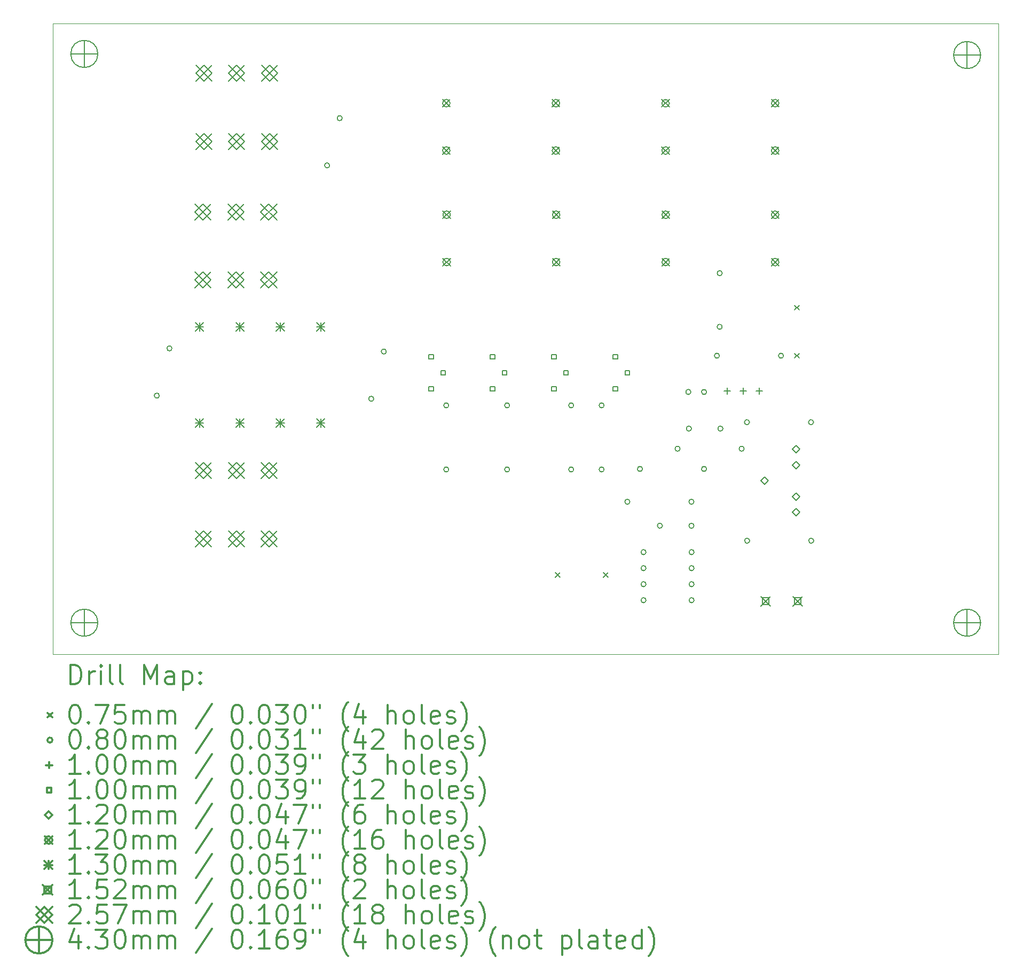
<source format=gbr>
%FSLAX45Y45*%
G04 Gerber Fmt 4.5, Leading zero omitted, Abs format (unit mm)*
G04 Created by KiCad (PCBNEW 5.1.4-e60b266~84~ubuntu18.04.1) date 2019-08-21 17:59:14*
%MOMM*%
%LPD*%
G04 APERTURE LIST*
%ADD10C,0.100000*%
%ADD11C,0.200000*%
%ADD12C,0.300000*%
G04 APERTURE END LIST*
D10*
X3657600Y-13454400D02*
X3657600Y-3454400D01*
X18657600Y-13454400D02*
X3657600Y-13454400D01*
X18657600Y-3454400D02*
X18657600Y-13454400D01*
X3657600Y-3454400D02*
X18657600Y-3454400D01*
D11*
X11625900Y-12158700D02*
X11700900Y-12233700D01*
X11700900Y-12158700D02*
X11625900Y-12233700D01*
X12387900Y-12158700D02*
X12462900Y-12233700D01*
X12462900Y-12158700D02*
X12387900Y-12233700D01*
X15422900Y-7921400D02*
X15497900Y-7996400D01*
X15497900Y-7921400D02*
X15422900Y-7996400D01*
X15422900Y-8683400D02*
X15497900Y-8758400D01*
X15497900Y-8683400D02*
X15422900Y-8758400D01*
X14273200Y-7412800D02*
G75*
G03X14273200Y-7412800I-40000J0D01*
G01*
X14273200Y-8263700D02*
G75*
G03X14273200Y-8263700I-40000J0D01*
G01*
X13605400Y-10196200D02*
G75*
G03X13605400Y-10196200I-40000J0D01*
G01*
X14621400Y-10196200D02*
G75*
G03X14621400Y-10196200I-40000J0D01*
G01*
X13009400Y-10516200D02*
G75*
G03X13009400Y-10516200I-40000J0D01*
G01*
X14025400Y-10516200D02*
G75*
G03X14025400Y-10516200I-40000J0D01*
G01*
X8047600Y-5704400D02*
G75*
G03X8047600Y-5704400I-40000J0D01*
G01*
X8247600Y-4954400D02*
G75*
G03X8247600Y-4954400I-40000J0D01*
G01*
X14705400Y-9776200D02*
G75*
G03X14705400Y-9776200I-40000J0D01*
G01*
X15721400Y-9776200D02*
G75*
G03X15721400Y-9776200I-40000J0D01*
G01*
X11919000Y-9508300D02*
G75*
G03X11919000Y-9508300I-40000J0D01*
G01*
X11919000Y-10524300D02*
G75*
G03X11919000Y-10524300I-40000J0D01*
G01*
X13775400Y-9296200D02*
G75*
G03X13775400Y-9296200I-40000J0D01*
G01*
X14025400Y-9296200D02*
G75*
G03X14025400Y-9296200I-40000J0D01*
G01*
X5347600Y-9354400D02*
G75*
G03X5347600Y-9354400I-40000J0D01*
G01*
X5547600Y-8604400D02*
G75*
G03X5547600Y-8604400I-40000J0D01*
G01*
X13065400Y-11836200D02*
G75*
G03X13065400Y-11836200I-40000J0D01*
G01*
X13065400Y-12090200D02*
G75*
G03X13065400Y-12090200I-40000J0D01*
G01*
X13065400Y-12344200D02*
G75*
G03X13065400Y-12344200I-40000J0D01*
G01*
X13065400Y-12598200D02*
G75*
G03X13065400Y-12598200I-40000J0D01*
G01*
X13827400Y-11836200D02*
G75*
G03X13827400Y-11836200I-40000J0D01*
G01*
X13827400Y-12090200D02*
G75*
G03X13827400Y-12090200I-40000J0D01*
G01*
X13827400Y-12344200D02*
G75*
G03X13827400Y-12344200I-40000J0D01*
G01*
X13827400Y-12598200D02*
G75*
G03X13827400Y-12598200I-40000J0D01*
G01*
X14709400Y-11654400D02*
G75*
G03X14709400Y-11654400I-40000J0D01*
G01*
X15725400Y-11654400D02*
G75*
G03X15725400Y-11654400I-40000J0D01*
G01*
X13325400Y-11416200D02*
G75*
G03X13325400Y-11416200I-40000J0D01*
G01*
X13825400Y-11416200D02*
G75*
G03X13825400Y-11416200I-40000J0D01*
G01*
X10903000Y-9508300D02*
G75*
G03X10903000Y-9508300I-40000J0D01*
G01*
X10903000Y-10524300D02*
G75*
G03X10903000Y-10524300I-40000J0D01*
G01*
X12809400Y-11036200D02*
G75*
G03X12809400Y-11036200I-40000J0D01*
G01*
X13825400Y-11036200D02*
G75*
G03X13825400Y-11036200I-40000J0D01*
G01*
X9937800Y-9508300D02*
G75*
G03X9937800Y-9508300I-40000J0D01*
G01*
X9937800Y-10524300D02*
G75*
G03X9937800Y-10524300I-40000J0D01*
G01*
X8747600Y-9404400D02*
G75*
G03X8747600Y-9404400I-40000J0D01*
G01*
X8947600Y-8654400D02*
G75*
G03X8947600Y-8654400I-40000J0D01*
G01*
X14230400Y-8720900D02*
G75*
G03X14230400Y-8720900I-40000J0D01*
G01*
X15246400Y-8720900D02*
G75*
G03X15246400Y-8720900I-40000J0D01*
G01*
X12401600Y-9508300D02*
G75*
G03X12401600Y-9508300I-40000J0D01*
G01*
X12401600Y-10524300D02*
G75*
G03X12401600Y-10524300I-40000J0D01*
G01*
X13785400Y-9876200D02*
G75*
G03X13785400Y-9876200I-40000J0D01*
G01*
X14285400Y-9876200D02*
G75*
G03X14285400Y-9876200I-40000J0D01*
G01*
X14355500Y-9229700D02*
X14355500Y-9329700D01*
X14305500Y-9279700D02*
X14405500Y-9279700D01*
X14609500Y-9229700D02*
X14609500Y-9329700D01*
X14559500Y-9279700D02*
X14659500Y-9279700D01*
X14863500Y-9229700D02*
X14863500Y-9329700D01*
X14813500Y-9279700D02*
X14913500Y-9279700D01*
X10665549Y-8775083D02*
X10665549Y-8704318D01*
X10594784Y-8704318D01*
X10594784Y-8775083D01*
X10665549Y-8775083D01*
X10665549Y-9283083D02*
X10665549Y-9212318D01*
X10594784Y-9212318D01*
X10594784Y-9283083D01*
X10665549Y-9283083D01*
X10856049Y-9029083D02*
X10856049Y-8958318D01*
X10785284Y-8958318D01*
X10785284Y-9029083D01*
X10856049Y-9029083D01*
X12612882Y-8775083D02*
X12612882Y-8704318D01*
X12542117Y-8704318D01*
X12542117Y-8775083D01*
X12612882Y-8775083D01*
X12612882Y-9283083D02*
X12612882Y-9212318D01*
X12542117Y-9212318D01*
X12542117Y-9283083D01*
X12612882Y-9283083D01*
X12803382Y-9029083D02*
X12803382Y-8958318D01*
X12732617Y-8958318D01*
X12732617Y-9029083D01*
X12803382Y-9029083D01*
X11639216Y-8775083D02*
X11639216Y-8704318D01*
X11568451Y-8704318D01*
X11568451Y-8775083D01*
X11639216Y-8775083D01*
X11639216Y-9283083D02*
X11639216Y-9212318D01*
X11568451Y-9212318D01*
X11568451Y-9283083D01*
X11639216Y-9283083D01*
X11829716Y-9029083D02*
X11829716Y-8958318D01*
X11758951Y-8958318D01*
X11758951Y-9029083D01*
X11829716Y-9029083D01*
X9691883Y-8775083D02*
X9691883Y-8704318D01*
X9621118Y-8704318D01*
X9621118Y-8775083D01*
X9691883Y-8775083D01*
X9691883Y-9283083D02*
X9691883Y-9212318D01*
X9621118Y-9212318D01*
X9621118Y-9283083D01*
X9691883Y-9283083D01*
X9882383Y-9029083D02*
X9882383Y-8958318D01*
X9811618Y-8958318D01*
X9811618Y-9029083D01*
X9882383Y-9029083D01*
X14945528Y-10764408D02*
X15005472Y-10704464D01*
X14945528Y-10644520D01*
X14885584Y-10704464D01*
X14945528Y-10764408D01*
X15445400Y-10514472D02*
X15505344Y-10454528D01*
X15445400Y-10394584D01*
X15385456Y-10454528D01*
X15445400Y-10514472D01*
X15445400Y-11014344D02*
X15505344Y-10954400D01*
X15445400Y-10894456D01*
X15385456Y-10954400D01*
X15445400Y-11014344D01*
X14947600Y-10764344D02*
X15007544Y-10704400D01*
X14947600Y-10644456D01*
X14887656Y-10704400D01*
X14947600Y-10764344D01*
X15447600Y-10264344D02*
X15507544Y-10204400D01*
X15447600Y-10144456D01*
X15387656Y-10204400D01*
X15447600Y-10264344D01*
X15447600Y-11264344D02*
X15507544Y-11204400D01*
X15447600Y-11144456D01*
X15387656Y-11204400D01*
X15447600Y-11264344D01*
X13315422Y-4658400D02*
X13435422Y-4778400D01*
X13435422Y-4658400D02*
X13315422Y-4778400D01*
X13435422Y-4718400D02*
G75*
G03X13435422Y-4718400I-60000J0D01*
G01*
X13315422Y-5408400D02*
X13435422Y-5528400D01*
X13435422Y-5408400D02*
X13315422Y-5528400D01*
X13435422Y-5468400D02*
G75*
G03X13435422Y-5468400I-60000J0D01*
G01*
X11577011Y-4658400D02*
X11697011Y-4778400D01*
X11697011Y-4658400D02*
X11577011Y-4778400D01*
X11697011Y-4718400D02*
G75*
G03X11697011Y-4718400I-60000J0D01*
G01*
X11577011Y-5408400D02*
X11697011Y-5528400D01*
X11697011Y-5408400D02*
X11577011Y-5528400D01*
X11697011Y-5468400D02*
G75*
G03X11697011Y-5468400I-60000J0D01*
G01*
X13316933Y-6426400D02*
X13436933Y-6546400D01*
X13436933Y-6426400D02*
X13316933Y-6546400D01*
X13436933Y-6486400D02*
G75*
G03X13436933Y-6486400I-60000J0D01*
G01*
X13316933Y-7176400D02*
X13436933Y-7296400D01*
X13436933Y-7176400D02*
X13316933Y-7296400D01*
X13436933Y-7236400D02*
G75*
G03X13436933Y-7236400I-60000J0D01*
G01*
X15053833Y-4658400D02*
X15173833Y-4778400D01*
X15173833Y-4658400D02*
X15053833Y-4778400D01*
X15173833Y-4718400D02*
G75*
G03X15173833Y-4718400I-60000J0D01*
G01*
X15053833Y-5408400D02*
X15173833Y-5528400D01*
X15173833Y-5408400D02*
X15053833Y-5528400D01*
X15173833Y-5468400D02*
G75*
G03X15173833Y-5468400I-60000J0D01*
G01*
X15053600Y-6426400D02*
X15173600Y-6546400D01*
X15173600Y-6426400D02*
X15053600Y-6546400D01*
X15173600Y-6486400D02*
G75*
G03X15173600Y-6486400I-60000J0D01*
G01*
X15053600Y-7176400D02*
X15173600Y-7296400D01*
X15173600Y-7176400D02*
X15053600Y-7296400D01*
X15173600Y-7236400D02*
G75*
G03X15173600Y-7236400I-60000J0D01*
G01*
X9843600Y-6426400D02*
X9963600Y-6546400D01*
X9963600Y-6426400D02*
X9843600Y-6546400D01*
X9963600Y-6486400D02*
G75*
G03X9963600Y-6486400I-60000J0D01*
G01*
X9843600Y-7176400D02*
X9963600Y-7296400D01*
X9963600Y-7176400D02*
X9843600Y-7296400D01*
X9963600Y-7236400D02*
G75*
G03X9963600Y-7236400I-60000J0D01*
G01*
X9838600Y-4658400D02*
X9958600Y-4778400D01*
X9958600Y-4658400D02*
X9838600Y-4778400D01*
X9958600Y-4718400D02*
G75*
G03X9958600Y-4718400I-60000J0D01*
G01*
X9838600Y-5408400D02*
X9958600Y-5528400D01*
X9958600Y-5408400D02*
X9838600Y-5528400D01*
X9958600Y-5468400D02*
G75*
G03X9958600Y-5468400I-60000J0D01*
G01*
X11580267Y-6426400D02*
X11700267Y-6546400D01*
X11700267Y-6426400D02*
X11580267Y-6546400D01*
X11700267Y-6486400D02*
G75*
G03X11700267Y-6486400I-60000J0D01*
G01*
X11580267Y-7176400D02*
X11700267Y-7296400D01*
X11700267Y-7176400D02*
X11580267Y-7296400D01*
X11700267Y-7236400D02*
G75*
G03X11700267Y-7236400I-60000J0D01*
G01*
X7842600Y-8198700D02*
X7972600Y-8328700D01*
X7972600Y-8198700D02*
X7842600Y-8328700D01*
X7907600Y-8198700D02*
X7907600Y-8328700D01*
X7842600Y-8263700D02*
X7972600Y-8263700D01*
X7842600Y-9722700D02*
X7972600Y-9852700D01*
X7972600Y-9722700D02*
X7842600Y-9852700D01*
X7907600Y-9722700D02*
X7907600Y-9852700D01*
X7842600Y-9787700D02*
X7972600Y-9787700D01*
X6561200Y-8198700D02*
X6691200Y-8328700D01*
X6691200Y-8198700D02*
X6561200Y-8328700D01*
X6626200Y-8198700D02*
X6626200Y-8328700D01*
X6561200Y-8263700D02*
X6691200Y-8263700D01*
X6561200Y-9722700D02*
X6691200Y-9852700D01*
X6691200Y-9722700D02*
X6561200Y-9852700D01*
X6626200Y-9722700D02*
X6626200Y-9852700D01*
X6561200Y-9787700D02*
X6691200Y-9787700D01*
X5920500Y-8198700D02*
X6050500Y-8328700D01*
X6050500Y-8198700D02*
X5920500Y-8328700D01*
X5985500Y-8198700D02*
X5985500Y-8328700D01*
X5920500Y-8263700D02*
X6050500Y-8263700D01*
X5920500Y-9722700D02*
X6050500Y-9852700D01*
X6050500Y-9722700D02*
X5920500Y-9852700D01*
X5985500Y-9722700D02*
X5985500Y-9852700D01*
X5920500Y-9787700D02*
X6050500Y-9787700D01*
X7201900Y-8198700D02*
X7331900Y-8328700D01*
X7331900Y-8198700D02*
X7201900Y-8328700D01*
X7266900Y-8198700D02*
X7266900Y-8328700D01*
X7201900Y-8263700D02*
X7331900Y-8263700D01*
X7201900Y-9722700D02*
X7331900Y-9852700D01*
X7331900Y-9722700D02*
X7201900Y-9852700D01*
X7266900Y-9722700D02*
X7266900Y-9852700D01*
X7201900Y-9787700D02*
X7331900Y-9787700D01*
X14885600Y-12536000D02*
X15038000Y-12688400D01*
X15038000Y-12536000D02*
X14885600Y-12688400D01*
X15015682Y-12666082D02*
X15015682Y-12558318D01*
X14907918Y-12558318D01*
X14907918Y-12666082D01*
X15015682Y-12666082D01*
X15393600Y-12536000D02*
X15546000Y-12688400D01*
X15546000Y-12536000D02*
X15393600Y-12688400D01*
X15523682Y-12666082D02*
X15523682Y-12558318D01*
X15415918Y-12558318D01*
X15415918Y-12666082D01*
X15523682Y-12666082D01*
X5920200Y-10414600D02*
X6177200Y-10671600D01*
X6177200Y-10414600D02*
X5920200Y-10671600D01*
X6048700Y-10671600D02*
X6177200Y-10543100D01*
X6048700Y-10414600D01*
X5920200Y-10543100D01*
X6048700Y-10671600D01*
X5920200Y-11494600D02*
X6177200Y-11751600D01*
X6177200Y-11494600D02*
X5920200Y-11751600D01*
X6048700Y-11751600D02*
X6177200Y-11623100D01*
X6048700Y-11494600D01*
X5920200Y-11623100D01*
X6048700Y-11751600D01*
X6441200Y-10414600D02*
X6698200Y-10671600D01*
X6698200Y-10414600D02*
X6441200Y-10671600D01*
X6569700Y-10671600D02*
X6698200Y-10543100D01*
X6569700Y-10414600D01*
X6441200Y-10543100D01*
X6569700Y-10671600D01*
X6441200Y-11494600D02*
X6698200Y-11751600D01*
X6698200Y-11494600D02*
X6441200Y-11751600D01*
X6569700Y-11751600D02*
X6698200Y-11623100D01*
X6569700Y-11494600D01*
X6441200Y-11623100D01*
X6569700Y-11751600D01*
X6962200Y-10414600D02*
X7219200Y-10671600D01*
X7219200Y-10414600D02*
X6962200Y-10671600D01*
X7090700Y-10671600D02*
X7219200Y-10543100D01*
X7090700Y-10414600D01*
X6962200Y-10543100D01*
X7090700Y-10671600D01*
X6962200Y-11494600D02*
X7219200Y-11751600D01*
X7219200Y-11494600D02*
X6962200Y-11751600D01*
X7090700Y-11751600D02*
X7219200Y-11623100D01*
X7090700Y-11494600D01*
X6962200Y-11623100D01*
X7090700Y-11751600D01*
X5912300Y-6312500D02*
X6169300Y-6569500D01*
X6169300Y-6312500D02*
X5912300Y-6569500D01*
X6040800Y-6569500D02*
X6169300Y-6441000D01*
X6040800Y-6312500D01*
X5912300Y-6441000D01*
X6040800Y-6569500D01*
X5912300Y-7392500D02*
X6169300Y-7649500D01*
X6169300Y-7392500D02*
X5912300Y-7649500D01*
X6040800Y-7649500D02*
X6169300Y-7521000D01*
X6040800Y-7392500D01*
X5912300Y-7521000D01*
X6040800Y-7649500D01*
X6433300Y-6312500D02*
X6690300Y-6569500D01*
X6690300Y-6312500D02*
X6433300Y-6569500D01*
X6561800Y-6569500D02*
X6690300Y-6441000D01*
X6561800Y-6312500D01*
X6433300Y-6441000D01*
X6561800Y-6569500D01*
X6433300Y-7392500D02*
X6690300Y-7649500D01*
X6690300Y-7392500D02*
X6433300Y-7649500D01*
X6561800Y-7649500D02*
X6690300Y-7521000D01*
X6561800Y-7392500D01*
X6433300Y-7521000D01*
X6561800Y-7649500D01*
X6954300Y-6312500D02*
X7211300Y-6569500D01*
X7211300Y-6312500D02*
X6954300Y-6569500D01*
X7082800Y-6569500D02*
X7211300Y-6441000D01*
X7082800Y-6312500D01*
X6954300Y-6441000D01*
X7082800Y-6569500D01*
X6954300Y-7392500D02*
X7211300Y-7649500D01*
X7211300Y-7392500D02*
X6954300Y-7649500D01*
X7082800Y-7649500D02*
X7211300Y-7521000D01*
X7082800Y-7392500D01*
X6954300Y-7521000D01*
X7082800Y-7649500D01*
X5925000Y-4116200D02*
X6182000Y-4373200D01*
X6182000Y-4116200D02*
X5925000Y-4373200D01*
X6053500Y-4373200D02*
X6182000Y-4244700D01*
X6053500Y-4116200D01*
X5925000Y-4244700D01*
X6053500Y-4373200D01*
X5925000Y-5196200D02*
X6182000Y-5453200D01*
X6182000Y-5196200D02*
X5925000Y-5453200D01*
X6053500Y-5453200D02*
X6182000Y-5324700D01*
X6053500Y-5196200D01*
X5925000Y-5324700D01*
X6053500Y-5453200D01*
X6446000Y-4116200D02*
X6703000Y-4373200D01*
X6703000Y-4116200D02*
X6446000Y-4373200D01*
X6574500Y-4373200D02*
X6703000Y-4244700D01*
X6574500Y-4116200D01*
X6446000Y-4244700D01*
X6574500Y-4373200D01*
X6446000Y-5196200D02*
X6703000Y-5453200D01*
X6703000Y-5196200D02*
X6446000Y-5453200D01*
X6574500Y-5453200D02*
X6703000Y-5324700D01*
X6574500Y-5196200D01*
X6446000Y-5324700D01*
X6574500Y-5453200D01*
X6967000Y-4116200D02*
X7224000Y-4373200D01*
X7224000Y-4116200D02*
X6967000Y-4373200D01*
X7095500Y-4373200D02*
X7224000Y-4244700D01*
X7095500Y-4116200D01*
X6967000Y-4244700D01*
X7095500Y-4373200D01*
X6967000Y-5196200D02*
X7224000Y-5453200D01*
X7224000Y-5196200D02*
X6967000Y-5453200D01*
X7095500Y-5453200D02*
X7224000Y-5324700D01*
X7095500Y-5196200D01*
X6967000Y-5324700D01*
X7095500Y-5453200D01*
X18157600Y-3739400D02*
X18157600Y-4169400D01*
X17942600Y-3954400D02*
X18372600Y-3954400D01*
X18372600Y-3954400D02*
G75*
G03X18372600Y-3954400I-215000J0D01*
G01*
X4157600Y-3722000D02*
X4157600Y-4152000D01*
X3942600Y-3937000D02*
X4372600Y-3937000D01*
X4372600Y-3937000D02*
G75*
G03X4372600Y-3937000I-215000J0D01*
G01*
X4157600Y-12739400D02*
X4157600Y-13169400D01*
X3942600Y-12954400D02*
X4372600Y-12954400D01*
X4372600Y-12954400D02*
G75*
G03X4372600Y-12954400I-215000J0D01*
G01*
X18157600Y-12739400D02*
X18157600Y-13169400D01*
X17942600Y-12954400D02*
X18372600Y-12954400D01*
X18372600Y-12954400D02*
G75*
G03X18372600Y-12954400I-215000J0D01*
G01*
D12*
X3939028Y-13925114D02*
X3939028Y-13625114D01*
X4010457Y-13625114D01*
X4053314Y-13639400D01*
X4081886Y-13667971D01*
X4096171Y-13696543D01*
X4110457Y-13753686D01*
X4110457Y-13796543D01*
X4096171Y-13853686D01*
X4081886Y-13882257D01*
X4053314Y-13910829D01*
X4010457Y-13925114D01*
X3939028Y-13925114D01*
X4239028Y-13925114D02*
X4239028Y-13725114D01*
X4239028Y-13782257D02*
X4253314Y-13753686D01*
X4267600Y-13739400D01*
X4296171Y-13725114D01*
X4324743Y-13725114D01*
X4424743Y-13925114D02*
X4424743Y-13725114D01*
X4424743Y-13625114D02*
X4410457Y-13639400D01*
X4424743Y-13653686D01*
X4439028Y-13639400D01*
X4424743Y-13625114D01*
X4424743Y-13653686D01*
X4610457Y-13925114D02*
X4581886Y-13910829D01*
X4567600Y-13882257D01*
X4567600Y-13625114D01*
X4767600Y-13925114D02*
X4739028Y-13910829D01*
X4724743Y-13882257D01*
X4724743Y-13625114D01*
X5110457Y-13925114D02*
X5110457Y-13625114D01*
X5210457Y-13839400D01*
X5310457Y-13625114D01*
X5310457Y-13925114D01*
X5581886Y-13925114D02*
X5581886Y-13767971D01*
X5567600Y-13739400D01*
X5539028Y-13725114D01*
X5481886Y-13725114D01*
X5453314Y-13739400D01*
X5581886Y-13910829D02*
X5553314Y-13925114D01*
X5481886Y-13925114D01*
X5453314Y-13910829D01*
X5439028Y-13882257D01*
X5439028Y-13853686D01*
X5453314Y-13825114D01*
X5481886Y-13810829D01*
X5553314Y-13810829D01*
X5581886Y-13796543D01*
X5724743Y-13725114D02*
X5724743Y-14025114D01*
X5724743Y-13739400D02*
X5753314Y-13725114D01*
X5810457Y-13725114D01*
X5839028Y-13739400D01*
X5853314Y-13753686D01*
X5867600Y-13782257D01*
X5867600Y-13867971D01*
X5853314Y-13896543D01*
X5839028Y-13910829D01*
X5810457Y-13925114D01*
X5753314Y-13925114D01*
X5724743Y-13910829D01*
X5996171Y-13896543D02*
X6010457Y-13910829D01*
X5996171Y-13925114D01*
X5981886Y-13910829D01*
X5996171Y-13896543D01*
X5996171Y-13925114D01*
X5996171Y-13739400D02*
X6010457Y-13753686D01*
X5996171Y-13767971D01*
X5981886Y-13753686D01*
X5996171Y-13739400D01*
X5996171Y-13767971D01*
X3577600Y-14381900D02*
X3652600Y-14456900D01*
X3652600Y-14381900D02*
X3577600Y-14456900D01*
X3996171Y-14255114D02*
X4024743Y-14255114D01*
X4053314Y-14269400D01*
X4067600Y-14283686D01*
X4081886Y-14312257D01*
X4096171Y-14369400D01*
X4096171Y-14440829D01*
X4081886Y-14497971D01*
X4067600Y-14526543D01*
X4053314Y-14540829D01*
X4024743Y-14555114D01*
X3996171Y-14555114D01*
X3967600Y-14540829D01*
X3953314Y-14526543D01*
X3939028Y-14497971D01*
X3924743Y-14440829D01*
X3924743Y-14369400D01*
X3939028Y-14312257D01*
X3953314Y-14283686D01*
X3967600Y-14269400D01*
X3996171Y-14255114D01*
X4224743Y-14526543D02*
X4239028Y-14540829D01*
X4224743Y-14555114D01*
X4210457Y-14540829D01*
X4224743Y-14526543D01*
X4224743Y-14555114D01*
X4339028Y-14255114D02*
X4539028Y-14255114D01*
X4410457Y-14555114D01*
X4796171Y-14255114D02*
X4653314Y-14255114D01*
X4639028Y-14397971D01*
X4653314Y-14383686D01*
X4681886Y-14369400D01*
X4753314Y-14369400D01*
X4781886Y-14383686D01*
X4796171Y-14397971D01*
X4810457Y-14426543D01*
X4810457Y-14497971D01*
X4796171Y-14526543D01*
X4781886Y-14540829D01*
X4753314Y-14555114D01*
X4681886Y-14555114D01*
X4653314Y-14540829D01*
X4639028Y-14526543D01*
X4939028Y-14555114D02*
X4939028Y-14355114D01*
X4939028Y-14383686D02*
X4953314Y-14369400D01*
X4981886Y-14355114D01*
X5024743Y-14355114D01*
X5053314Y-14369400D01*
X5067600Y-14397971D01*
X5067600Y-14555114D01*
X5067600Y-14397971D02*
X5081886Y-14369400D01*
X5110457Y-14355114D01*
X5153314Y-14355114D01*
X5181886Y-14369400D01*
X5196171Y-14397971D01*
X5196171Y-14555114D01*
X5339028Y-14555114D02*
X5339028Y-14355114D01*
X5339028Y-14383686D02*
X5353314Y-14369400D01*
X5381886Y-14355114D01*
X5424743Y-14355114D01*
X5453314Y-14369400D01*
X5467600Y-14397971D01*
X5467600Y-14555114D01*
X5467600Y-14397971D02*
X5481886Y-14369400D01*
X5510457Y-14355114D01*
X5553314Y-14355114D01*
X5581886Y-14369400D01*
X5596171Y-14397971D01*
X5596171Y-14555114D01*
X6181886Y-14240829D02*
X5924743Y-14626543D01*
X6567600Y-14255114D02*
X6596171Y-14255114D01*
X6624743Y-14269400D01*
X6639028Y-14283686D01*
X6653314Y-14312257D01*
X6667600Y-14369400D01*
X6667600Y-14440829D01*
X6653314Y-14497971D01*
X6639028Y-14526543D01*
X6624743Y-14540829D01*
X6596171Y-14555114D01*
X6567600Y-14555114D01*
X6539028Y-14540829D01*
X6524743Y-14526543D01*
X6510457Y-14497971D01*
X6496171Y-14440829D01*
X6496171Y-14369400D01*
X6510457Y-14312257D01*
X6524743Y-14283686D01*
X6539028Y-14269400D01*
X6567600Y-14255114D01*
X6796171Y-14526543D02*
X6810457Y-14540829D01*
X6796171Y-14555114D01*
X6781886Y-14540829D01*
X6796171Y-14526543D01*
X6796171Y-14555114D01*
X6996171Y-14255114D02*
X7024743Y-14255114D01*
X7053314Y-14269400D01*
X7067600Y-14283686D01*
X7081886Y-14312257D01*
X7096171Y-14369400D01*
X7096171Y-14440829D01*
X7081886Y-14497971D01*
X7067600Y-14526543D01*
X7053314Y-14540829D01*
X7024743Y-14555114D01*
X6996171Y-14555114D01*
X6967600Y-14540829D01*
X6953314Y-14526543D01*
X6939028Y-14497971D01*
X6924743Y-14440829D01*
X6924743Y-14369400D01*
X6939028Y-14312257D01*
X6953314Y-14283686D01*
X6967600Y-14269400D01*
X6996171Y-14255114D01*
X7196171Y-14255114D02*
X7381886Y-14255114D01*
X7281886Y-14369400D01*
X7324743Y-14369400D01*
X7353314Y-14383686D01*
X7367600Y-14397971D01*
X7381886Y-14426543D01*
X7381886Y-14497971D01*
X7367600Y-14526543D01*
X7353314Y-14540829D01*
X7324743Y-14555114D01*
X7239028Y-14555114D01*
X7210457Y-14540829D01*
X7196171Y-14526543D01*
X7567600Y-14255114D02*
X7596171Y-14255114D01*
X7624743Y-14269400D01*
X7639028Y-14283686D01*
X7653314Y-14312257D01*
X7667600Y-14369400D01*
X7667600Y-14440829D01*
X7653314Y-14497971D01*
X7639028Y-14526543D01*
X7624743Y-14540829D01*
X7596171Y-14555114D01*
X7567600Y-14555114D01*
X7539028Y-14540829D01*
X7524743Y-14526543D01*
X7510457Y-14497971D01*
X7496171Y-14440829D01*
X7496171Y-14369400D01*
X7510457Y-14312257D01*
X7524743Y-14283686D01*
X7539028Y-14269400D01*
X7567600Y-14255114D01*
X7781886Y-14255114D02*
X7781886Y-14312257D01*
X7896171Y-14255114D02*
X7896171Y-14312257D01*
X8339028Y-14669400D02*
X8324743Y-14655114D01*
X8296171Y-14612257D01*
X8281886Y-14583686D01*
X8267600Y-14540829D01*
X8253314Y-14469400D01*
X8253314Y-14412257D01*
X8267600Y-14340829D01*
X8281886Y-14297971D01*
X8296171Y-14269400D01*
X8324743Y-14226543D01*
X8339028Y-14212257D01*
X8581886Y-14355114D02*
X8581886Y-14555114D01*
X8510457Y-14240829D02*
X8439028Y-14455114D01*
X8624743Y-14455114D01*
X8967600Y-14555114D02*
X8967600Y-14255114D01*
X9096171Y-14555114D02*
X9096171Y-14397971D01*
X9081886Y-14369400D01*
X9053314Y-14355114D01*
X9010457Y-14355114D01*
X8981886Y-14369400D01*
X8967600Y-14383686D01*
X9281886Y-14555114D02*
X9253314Y-14540829D01*
X9239028Y-14526543D01*
X9224743Y-14497971D01*
X9224743Y-14412257D01*
X9239028Y-14383686D01*
X9253314Y-14369400D01*
X9281886Y-14355114D01*
X9324743Y-14355114D01*
X9353314Y-14369400D01*
X9367600Y-14383686D01*
X9381886Y-14412257D01*
X9381886Y-14497971D01*
X9367600Y-14526543D01*
X9353314Y-14540829D01*
X9324743Y-14555114D01*
X9281886Y-14555114D01*
X9553314Y-14555114D02*
X9524743Y-14540829D01*
X9510457Y-14512257D01*
X9510457Y-14255114D01*
X9781886Y-14540829D02*
X9753314Y-14555114D01*
X9696171Y-14555114D01*
X9667600Y-14540829D01*
X9653314Y-14512257D01*
X9653314Y-14397971D01*
X9667600Y-14369400D01*
X9696171Y-14355114D01*
X9753314Y-14355114D01*
X9781886Y-14369400D01*
X9796171Y-14397971D01*
X9796171Y-14426543D01*
X9653314Y-14455114D01*
X9910457Y-14540829D02*
X9939028Y-14555114D01*
X9996171Y-14555114D01*
X10024743Y-14540829D01*
X10039028Y-14512257D01*
X10039028Y-14497971D01*
X10024743Y-14469400D01*
X9996171Y-14455114D01*
X9953314Y-14455114D01*
X9924743Y-14440829D01*
X9910457Y-14412257D01*
X9910457Y-14397971D01*
X9924743Y-14369400D01*
X9953314Y-14355114D01*
X9996171Y-14355114D01*
X10024743Y-14369400D01*
X10139028Y-14669400D02*
X10153314Y-14655114D01*
X10181886Y-14612257D01*
X10196171Y-14583686D01*
X10210457Y-14540829D01*
X10224743Y-14469400D01*
X10224743Y-14412257D01*
X10210457Y-14340829D01*
X10196171Y-14297971D01*
X10181886Y-14269400D01*
X10153314Y-14226543D01*
X10139028Y-14212257D01*
X3652600Y-14815400D02*
G75*
G03X3652600Y-14815400I-40000J0D01*
G01*
X3996171Y-14651114D02*
X4024743Y-14651114D01*
X4053314Y-14665400D01*
X4067600Y-14679686D01*
X4081886Y-14708257D01*
X4096171Y-14765400D01*
X4096171Y-14836829D01*
X4081886Y-14893971D01*
X4067600Y-14922543D01*
X4053314Y-14936829D01*
X4024743Y-14951114D01*
X3996171Y-14951114D01*
X3967600Y-14936829D01*
X3953314Y-14922543D01*
X3939028Y-14893971D01*
X3924743Y-14836829D01*
X3924743Y-14765400D01*
X3939028Y-14708257D01*
X3953314Y-14679686D01*
X3967600Y-14665400D01*
X3996171Y-14651114D01*
X4224743Y-14922543D02*
X4239028Y-14936829D01*
X4224743Y-14951114D01*
X4210457Y-14936829D01*
X4224743Y-14922543D01*
X4224743Y-14951114D01*
X4410457Y-14779686D02*
X4381886Y-14765400D01*
X4367600Y-14751114D01*
X4353314Y-14722543D01*
X4353314Y-14708257D01*
X4367600Y-14679686D01*
X4381886Y-14665400D01*
X4410457Y-14651114D01*
X4467600Y-14651114D01*
X4496171Y-14665400D01*
X4510457Y-14679686D01*
X4524743Y-14708257D01*
X4524743Y-14722543D01*
X4510457Y-14751114D01*
X4496171Y-14765400D01*
X4467600Y-14779686D01*
X4410457Y-14779686D01*
X4381886Y-14793971D01*
X4367600Y-14808257D01*
X4353314Y-14836829D01*
X4353314Y-14893971D01*
X4367600Y-14922543D01*
X4381886Y-14936829D01*
X4410457Y-14951114D01*
X4467600Y-14951114D01*
X4496171Y-14936829D01*
X4510457Y-14922543D01*
X4524743Y-14893971D01*
X4524743Y-14836829D01*
X4510457Y-14808257D01*
X4496171Y-14793971D01*
X4467600Y-14779686D01*
X4710457Y-14651114D02*
X4739028Y-14651114D01*
X4767600Y-14665400D01*
X4781886Y-14679686D01*
X4796171Y-14708257D01*
X4810457Y-14765400D01*
X4810457Y-14836829D01*
X4796171Y-14893971D01*
X4781886Y-14922543D01*
X4767600Y-14936829D01*
X4739028Y-14951114D01*
X4710457Y-14951114D01*
X4681886Y-14936829D01*
X4667600Y-14922543D01*
X4653314Y-14893971D01*
X4639028Y-14836829D01*
X4639028Y-14765400D01*
X4653314Y-14708257D01*
X4667600Y-14679686D01*
X4681886Y-14665400D01*
X4710457Y-14651114D01*
X4939028Y-14951114D02*
X4939028Y-14751114D01*
X4939028Y-14779686D02*
X4953314Y-14765400D01*
X4981886Y-14751114D01*
X5024743Y-14751114D01*
X5053314Y-14765400D01*
X5067600Y-14793971D01*
X5067600Y-14951114D01*
X5067600Y-14793971D02*
X5081886Y-14765400D01*
X5110457Y-14751114D01*
X5153314Y-14751114D01*
X5181886Y-14765400D01*
X5196171Y-14793971D01*
X5196171Y-14951114D01*
X5339028Y-14951114D02*
X5339028Y-14751114D01*
X5339028Y-14779686D02*
X5353314Y-14765400D01*
X5381886Y-14751114D01*
X5424743Y-14751114D01*
X5453314Y-14765400D01*
X5467600Y-14793971D01*
X5467600Y-14951114D01*
X5467600Y-14793971D02*
X5481886Y-14765400D01*
X5510457Y-14751114D01*
X5553314Y-14751114D01*
X5581886Y-14765400D01*
X5596171Y-14793971D01*
X5596171Y-14951114D01*
X6181886Y-14636829D02*
X5924743Y-15022543D01*
X6567600Y-14651114D02*
X6596171Y-14651114D01*
X6624743Y-14665400D01*
X6639028Y-14679686D01*
X6653314Y-14708257D01*
X6667600Y-14765400D01*
X6667600Y-14836829D01*
X6653314Y-14893971D01*
X6639028Y-14922543D01*
X6624743Y-14936829D01*
X6596171Y-14951114D01*
X6567600Y-14951114D01*
X6539028Y-14936829D01*
X6524743Y-14922543D01*
X6510457Y-14893971D01*
X6496171Y-14836829D01*
X6496171Y-14765400D01*
X6510457Y-14708257D01*
X6524743Y-14679686D01*
X6539028Y-14665400D01*
X6567600Y-14651114D01*
X6796171Y-14922543D02*
X6810457Y-14936829D01*
X6796171Y-14951114D01*
X6781886Y-14936829D01*
X6796171Y-14922543D01*
X6796171Y-14951114D01*
X6996171Y-14651114D02*
X7024743Y-14651114D01*
X7053314Y-14665400D01*
X7067600Y-14679686D01*
X7081886Y-14708257D01*
X7096171Y-14765400D01*
X7096171Y-14836829D01*
X7081886Y-14893971D01*
X7067600Y-14922543D01*
X7053314Y-14936829D01*
X7024743Y-14951114D01*
X6996171Y-14951114D01*
X6967600Y-14936829D01*
X6953314Y-14922543D01*
X6939028Y-14893971D01*
X6924743Y-14836829D01*
X6924743Y-14765400D01*
X6939028Y-14708257D01*
X6953314Y-14679686D01*
X6967600Y-14665400D01*
X6996171Y-14651114D01*
X7196171Y-14651114D02*
X7381886Y-14651114D01*
X7281886Y-14765400D01*
X7324743Y-14765400D01*
X7353314Y-14779686D01*
X7367600Y-14793971D01*
X7381886Y-14822543D01*
X7381886Y-14893971D01*
X7367600Y-14922543D01*
X7353314Y-14936829D01*
X7324743Y-14951114D01*
X7239028Y-14951114D01*
X7210457Y-14936829D01*
X7196171Y-14922543D01*
X7667600Y-14951114D02*
X7496171Y-14951114D01*
X7581886Y-14951114D02*
X7581886Y-14651114D01*
X7553314Y-14693971D01*
X7524743Y-14722543D01*
X7496171Y-14736829D01*
X7781886Y-14651114D02*
X7781886Y-14708257D01*
X7896171Y-14651114D02*
X7896171Y-14708257D01*
X8339028Y-15065400D02*
X8324743Y-15051114D01*
X8296171Y-15008257D01*
X8281886Y-14979686D01*
X8267600Y-14936829D01*
X8253314Y-14865400D01*
X8253314Y-14808257D01*
X8267600Y-14736829D01*
X8281886Y-14693971D01*
X8296171Y-14665400D01*
X8324743Y-14622543D01*
X8339028Y-14608257D01*
X8581886Y-14751114D02*
X8581886Y-14951114D01*
X8510457Y-14636829D02*
X8439028Y-14851114D01*
X8624743Y-14851114D01*
X8724743Y-14679686D02*
X8739028Y-14665400D01*
X8767600Y-14651114D01*
X8839028Y-14651114D01*
X8867600Y-14665400D01*
X8881886Y-14679686D01*
X8896171Y-14708257D01*
X8896171Y-14736829D01*
X8881886Y-14779686D01*
X8710457Y-14951114D01*
X8896171Y-14951114D01*
X9253314Y-14951114D02*
X9253314Y-14651114D01*
X9381886Y-14951114D02*
X9381886Y-14793971D01*
X9367600Y-14765400D01*
X9339028Y-14751114D01*
X9296171Y-14751114D01*
X9267600Y-14765400D01*
X9253314Y-14779686D01*
X9567600Y-14951114D02*
X9539028Y-14936829D01*
X9524743Y-14922543D01*
X9510457Y-14893971D01*
X9510457Y-14808257D01*
X9524743Y-14779686D01*
X9539028Y-14765400D01*
X9567600Y-14751114D01*
X9610457Y-14751114D01*
X9639028Y-14765400D01*
X9653314Y-14779686D01*
X9667600Y-14808257D01*
X9667600Y-14893971D01*
X9653314Y-14922543D01*
X9639028Y-14936829D01*
X9610457Y-14951114D01*
X9567600Y-14951114D01*
X9839028Y-14951114D02*
X9810457Y-14936829D01*
X9796171Y-14908257D01*
X9796171Y-14651114D01*
X10067600Y-14936829D02*
X10039028Y-14951114D01*
X9981886Y-14951114D01*
X9953314Y-14936829D01*
X9939028Y-14908257D01*
X9939028Y-14793971D01*
X9953314Y-14765400D01*
X9981886Y-14751114D01*
X10039028Y-14751114D01*
X10067600Y-14765400D01*
X10081886Y-14793971D01*
X10081886Y-14822543D01*
X9939028Y-14851114D01*
X10196171Y-14936829D02*
X10224743Y-14951114D01*
X10281886Y-14951114D01*
X10310457Y-14936829D01*
X10324743Y-14908257D01*
X10324743Y-14893971D01*
X10310457Y-14865400D01*
X10281886Y-14851114D01*
X10239028Y-14851114D01*
X10210457Y-14836829D01*
X10196171Y-14808257D01*
X10196171Y-14793971D01*
X10210457Y-14765400D01*
X10239028Y-14751114D01*
X10281886Y-14751114D01*
X10310457Y-14765400D01*
X10424743Y-15065400D02*
X10439028Y-15051114D01*
X10467600Y-15008257D01*
X10481886Y-14979686D01*
X10496171Y-14936829D01*
X10510457Y-14865400D01*
X10510457Y-14808257D01*
X10496171Y-14736829D01*
X10481886Y-14693971D01*
X10467600Y-14665400D01*
X10439028Y-14622543D01*
X10424743Y-14608257D01*
X3602600Y-15161400D02*
X3602600Y-15261400D01*
X3552600Y-15211400D02*
X3652600Y-15211400D01*
X4096171Y-15347114D02*
X3924743Y-15347114D01*
X4010457Y-15347114D02*
X4010457Y-15047114D01*
X3981886Y-15089971D01*
X3953314Y-15118543D01*
X3924743Y-15132829D01*
X4224743Y-15318543D02*
X4239028Y-15332829D01*
X4224743Y-15347114D01*
X4210457Y-15332829D01*
X4224743Y-15318543D01*
X4224743Y-15347114D01*
X4424743Y-15047114D02*
X4453314Y-15047114D01*
X4481886Y-15061400D01*
X4496171Y-15075686D01*
X4510457Y-15104257D01*
X4524743Y-15161400D01*
X4524743Y-15232829D01*
X4510457Y-15289971D01*
X4496171Y-15318543D01*
X4481886Y-15332829D01*
X4453314Y-15347114D01*
X4424743Y-15347114D01*
X4396171Y-15332829D01*
X4381886Y-15318543D01*
X4367600Y-15289971D01*
X4353314Y-15232829D01*
X4353314Y-15161400D01*
X4367600Y-15104257D01*
X4381886Y-15075686D01*
X4396171Y-15061400D01*
X4424743Y-15047114D01*
X4710457Y-15047114D02*
X4739028Y-15047114D01*
X4767600Y-15061400D01*
X4781886Y-15075686D01*
X4796171Y-15104257D01*
X4810457Y-15161400D01*
X4810457Y-15232829D01*
X4796171Y-15289971D01*
X4781886Y-15318543D01*
X4767600Y-15332829D01*
X4739028Y-15347114D01*
X4710457Y-15347114D01*
X4681886Y-15332829D01*
X4667600Y-15318543D01*
X4653314Y-15289971D01*
X4639028Y-15232829D01*
X4639028Y-15161400D01*
X4653314Y-15104257D01*
X4667600Y-15075686D01*
X4681886Y-15061400D01*
X4710457Y-15047114D01*
X4939028Y-15347114D02*
X4939028Y-15147114D01*
X4939028Y-15175686D02*
X4953314Y-15161400D01*
X4981886Y-15147114D01*
X5024743Y-15147114D01*
X5053314Y-15161400D01*
X5067600Y-15189971D01*
X5067600Y-15347114D01*
X5067600Y-15189971D02*
X5081886Y-15161400D01*
X5110457Y-15147114D01*
X5153314Y-15147114D01*
X5181886Y-15161400D01*
X5196171Y-15189971D01*
X5196171Y-15347114D01*
X5339028Y-15347114D02*
X5339028Y-15147114D01*
X5339028Y-15175686D02*
X5353314Y-15161400D01*
X5381886Y-15147114D01*
X5424743Y-15147114D01*
X5453314Y-15161400D01*
X5467600Y-15189971D01*
X5467600Y-15347114D01*
X5467600Y-15189971D02*
X5481886Y-15161400D01*
X5510457Y-15147114D01*
X5553314Y-15147114D01*
X5581886Y-15161400D01*
X5596171Y-15189971D01*
X5596171Y-15347114D01*
X6181886Y-15032829D02*
X5924743Y-15418543D01*
X6567600Y-15047114D02*
X6596171Y-15047114D01*
X6624743Y-15061400D01*
X6639028Y-15075686D01*
X6653314Y-15104257D01*
X6667600Y-15161400D01*
X6667600Y-15232829D01*
X6653314Y-15289971D01*
X6639028Y-15318543D01*
X6624743Y-15332829D01*
X6596171Y-15347114D01*
X6567600Y-15347114D01*
X6539028Y-15332829D01*
X6524743Y-15318543D01*
X6510457Y-15289971D01*
X6496171Y-15232829D01*
X6496171Y-15161400D01*
X6510457Y-15104257D01*
X6524743Y-15075686D01*
X6539028Y-15061400D01*
X6567600Y-15047114D01*
X6796171Y-15318543D02*
X6810457Y-15332829D01*
X6796171Y-15347114D01*
X6781886Y-15332829D01*
X6796171Y-15318543D01*
X6796171Y-15347114D01*
X6996171Y-15047114D02*
X7024743Y-15047114D01*
X7053314Y-15061400D01*
X7067600Y-15075686D01*
X7081886Y-15104257D01*
X7096171Y-15161400D01*
X7096171Y-15232829D01*
X7081886Y-15289971D01*
X7067600Y-15318543D01*
X7053314Y-15332829D01*
X7024743Y-15347114D01*
X6996171Y-15347114D01*
X6967600Y-15332829D01*
X6953314Y-15318543D01*
X6939028Y-15289971D01*
X6924743Y-15232829D01*
X6924743Y-15161400D01*
X6939028Y-15104257D01*
X6953314Y-15075686D01*
X6967600Y-15061400D01*
X6996171Y-15047114D01*
X7196171Y-15047114D02*
X7381886Y-15047114D01*
X7281886Y-15161400D01*
X7324743Y-15161400D01*
X7353314Y-15175686D01*
X7367600Y-15189971D01*
X7381886Y-15218543D01*
X7381886Y-15289971D01*
X7367600Y-15318543D01*
X7353314Y-15332829D01*
X7324743Y-15347114D01*
X7239028Y-15347114D01*
X7210457Y-15332829D01*
X7196171Y-15318543D01*
X7524743Y-15347114D02*
X7581886Y-15347114D01*
X7610457Y-15332829D01*
X7624743Y-15318543D01*
X7653314Y-15275686D01*
X7667600Y-15218543D01*
X7667600Y-15104257D01*
X7653314Y-15075686D01*
X7639028Y-15061400D01*
X7610457Y-15047114D01*
X7553314Y-15047114D01*
X7524743Y-15061400D01*
X7510457Y-15075686D01*
X7496171Y-15104257D01*
X7496171Y-15175686D01*
X7510457Y-15204257D01*
X7524743Y-15218543D01*
X7553314Y-15232829D01*
X7610457Y-15232829D01*
X7639028Y-15218543D01*
X7653314Y-15204257D01*
X7667600Y-15175686D01*
X7781886Y-15047114D02*
X7781886Y-15104257D01*
X7896171Y-15047114D02*
X7896171Y-15104257D01*
X8339028Y-15461400D02*
X8324743Y-15447114D01*
X8296171Y-15404257D01*
X8281886Y-15375686D01*
X8267600Y-15332829D01*
X8253314Y-15261400D01*
X8253314Y-15204257D01*
X8267600Y-15132829D01*
X8281886Y-15089971D01*
X8296171Y-15061400D01*
X8324743Y-15018543D01*
X8339028Y-15004257D01*
X8424743Y-15047114D02*
X8610457Y-15047114D01*
X8510457Y-15161400D01*
X8553314Y-15161400D01*
X8581886Y-15175686D01*
X8596171Y-15189971D01*
X8610457Y-15218543D01*
X8610457Y-15289971D01*
X8596171Y-15318543D01*
X8581886Y-15332829D01*
X8553314Y-15347114D01*
X8467600Y-15347114D01*
X8439028Y-15332829D01*
X8424743Y-15318543D01*
X8967600Y-15347114D02*
X8967600Y-15047114D01*
X9096171Y-15347114D02*
X9096171Y-15189971D01*
X9081886Y-15161400D01*
X9053314Y-15147114D01*
X9010457Y-15147114D01*
X8981886Y-15161400D01*
X8967600Y-15175686D01*
X9281886Y-15347114D02*
X9253314Y-15332829D01*
X9239028Y-15318543D01*
X9224743Y-15289971D01*
X9224743Y-15204257D01*
X9239028Y-15175686D01*
X9253314Y-15161400D01*
X9281886Y-15147114D01*
X9324743Y-15147114D01*
X9353314Y-15161400D01*
X9367600Y-15175686D01*
X9381886Y-15204257D01*
X9381886Y-15289971D01*
X9367600Y-15318543D01*
X9353314Y-15332829D01*
X9324743Y-15347114D01*
X9281886Y-15347114D01*
X9553314Y-15347114D02*
X9524743Y-15332829D01*
X9510457Y-15304257D01*
X9510457Y-15047114D01*
X9781886Y-15332829D02*
X9753314Y-15347114D01*
X9696171Y-15347114D01*
X9667600Y-15332829D01*
X9653314Y-15304257D01*
X9653314Y-15189971D01*
X9667600Y-15161400D01*
X9696171Y-15147114D01*
X9753314Y-15147114D01*
X9781886Y-15161400D01*
X9796171Y-15189971D01*
X9796171Y-15218543D01*
X9653314Y-15247114D01*
X9910457Y-15332829D02*
X9939028Y-15347114D01*
X9996171Y-15347114D01*
X10024743Y-15332829D01*
X10039028Y-15304257D01*
X10039028Y-15289971D01*
X10024743Y-15261400D01*
X9996171Y-15247114D01*
X9953314Y-15247114D01*
X9924743Y-15232829D01*
X9910457Y-15204257D01*
X9910457Y-15189971D01*
X9924743Y-15161400D01*
X9953314Y-15147114D01*
X9996171Y-15147114D01*
X10024743Y-15161400D01*
X10139028Y-15461400D02*
X10153314Y-15447114D01*
X10181886Y-15404257D01*
X10196171Y-15375686D01*
X10210457Y-15332829D01*
X10224743Y-15261400D01*
X10224743Y-15204257D01*
X10210457Y-15132829D01*
X10196171Y-15089971D01*
X10181886Y-15061400D01*
X10153314Y-15018543D01*
X10139028Y-15004257D01*
X3637944Y-15642783D02*
X3637944Y-15572018D01*
X3567179Y-15572018D01*
X3567179Y-15642783D01*
X3637944Y-15642783D01*
X4096171Y-15743114D02*
X3924743Y-15743114D01*
X4010457Y-15743114D02*
X4010457Y-15443114D01*
X3981886Y-15485971D01*
X3953314Y-15514543D01*
X3924743Y-15528829D01*
X4224743Y-15714543D02*
X4239028Y-15728829D01*
X4224743Y-15743114D01*
X4210457Y-15728829D01*
X4224743Y-15714543D01*
X4224743Y-15743114D01*
X4424743Y-15443114D02*
X4453314Y-15443114D01*
X4481886Y-15457400D01*
X4496171Y-15471686D01*
X4510457Y-15500257D01*
X4524743Y-15557400D01*
X4524743Y-15628829D01*
X4510457Y-15685971D01*
X4496171Y-15714543D01*
X4481886Y-15728829D01*
X4453314Y-15743114D01*
X4424743Y-15743114D01*
X4396171Y-15728829D01*
X4381886Y-15714543D01*
X4367600Y-15685971D01*
X4353314Y-15628829D01*
X4353314Y-15557400D01*
X4367600Y-15500257D01*
X4381886Y-15471686D01*
X4396171Y-15457400D01*
X4424743Y-15443114D01*
X4710457Y-15443114D02*
X4739028Y-15443114D01*
X4767600Y-15457400D01*
X4781886Y-15471686D01*
X4796171Y-15500257D01*
X4810457Y-15557400D01*
X4810457Y-15628829D01*
X4796171Y-15685971D01*
X4781886Y-15714543D01*
X4767600Y-15728829D01*
X4739028Y-15743114D01*
X4710457Y-15743114D01*
X4681886Y-15728829D01*
X4667600Y-15714543D01*
X4653314Y-15685971D01*
X4639028Y-15628829D01*
X4639028Y-15557400D01*
X4653314Y-15500257D01*
X4667600Y-15471686D01*
X4681886Y-15457400D01*
X4710457Y-15443114D01*
X4939028Y-15743114D02*
X4939028Y-15543114D01*
X4939028Y-15571686D02*
X4953314Y-15557400D01*
X4981886Y-15543114D01*
X5024743Y-15543114D01*
X5053314Y-15557400D01*
X5067600Y-15585971D01*
X5067600Y-15743114D01*
X5067600Y-15585971D02*
X5081886Y-15557400D01*
X5110457Y-15543114D01*
X5153314Y-15543114D01*
X5181886Y-15557400D01*
X5196171Y-15585971D01*
X5196171Y-15743114D01*
X5339028Y-15743114D02*
X5339028Y-15543114D01*
X5339028Y-15571686D02*
X5353314Y-15557400D01*
X5381886Y-15543114D01*
X5424743Y-15543114D01*
X5453314Y-15557400D01*
X5467600Y-15585971D01*
X5467600Y-15743114D01*
X5467600Y-15585971D02*
X5481886Y-15557400D01*
X5510457Y-15543114D01*
X5553314Y-15543114D01*
X5581886Y-15557400D01*
X5596171Y-15585971D01*
X5596171Y-15743114D01*
X6181886Y-15428829D02*
X5924743Y-15814543D01*
X6567600Y-15443114D02*
X6596171Y-15443114D01*
X6624743Y-15457400D01*
X6639028Y-15471686D01*
X6653314Y-15500257D01*
X6667600Y-15557400D01*
X6667600Y-15628829D01*
X6653314Y-15685971D01*
X6639028Y-15714543D01*
X6624743Y-15728829D01*
X6596171Y-15743114D01*
X6567600Y-15743114D01*
X6539028Y-15728829D01*
X6524743Y-15714543D01*
X6510457Y-15685971D01*
X6496171Y-15628829D01*
X6496171Y-15557400D01*
X6510457Y-15500257D01*
X6524743Y-15471686D01*
X6539028Y-15457400D01*
X6567600Y-15443114D01*
X6796171Y-15714543D02*
X6810457Y-15728829D01*
X6796171Y-15743114D01*
X6781886Y-15728829D01*
X6796171Y-15714543D01*
X6796171Y-15743114D01*
X6996171Y-15443114D02*
X7024743Y-15443114D01*
X7053314Y-15457400D01*
X7067600Y-15471686D01*
X7081886Y-15500257D01*
X7096171Y-15557400D01*
X7096171Y-15628829D01*
X7081886Y-15685971D01*
X7067600Y-15714543D01*
X7053314Y-15728829D01*
X7024743Y-15743114D01*
X6996171Y-15743114D01*
X6967600Y-15728829D01*
X6953314Y-15714543D01*
X6939028Y-15685971D01*
X6924743Y-15628829D01*
X6924743Y-15557400D01*
X6939028Y-15500257D01*
X6953314Y-15471686D01*
X6967600Y-15457400D01*
X6996171Y-15443114D01*
X7196171Y-15443114D02*
X7381886Y-15443114D01*
X7281886Y-15557400D01*
X7324743Y-15557400D01*
X7353314Y-15571686D01*
X7367600Y-15585971D01*
X7381886Y-15614543D01*
X7381886Y-15685971D01*
X7367600Y-15714543D01*
X7353314Y-15728829D01*
X7324743Y-15743114D01*
X7239028Y-15743114D01*
X7210457Y-15728829D01*
X7196171Y-15714543D01*
X7524743Y-15743114D02*
X7581886Y-15743114D01*
X7610457Y-15728829D01*
X7624743Y-15714543D01*
X7653314Y-15671686D01*
X7667600Y-15614543D01*
X7667600Y-15500257D01*
X7653314Y-15471686D01*
X7639028Y-15457400D01*
X7610457Y-15443114D01*
X7553314Y-15443114D01*
X7524743Y-15457400D01*
X7510457Y-15471686D01*
X7496171Y-15500257D01*
X7496171Y-15571686D01*
X7510457Y-15600257D01*
X7524743Y-15614543D01*
X7553314Y-15628829D01*
X7610457Y-15628829D01*
X7639028Y-15614543D01*
X7653314Y-15600257D01*
X7667600Y-15571686D01*
X7781886Y-15443114D02*
X7781886Y-15500257D01*
X7896171Y-15443114D02*
X7896171Y-15500257D01*
X8339028Y-15857400D02*
X8324743Y-15843114D01*
X8296171Y-15800257D01*
X8281886Y-15771686D01*
X8267600Y-15728829D01*
X8253314Y-15657400D01*
X8253314Y-15600257D01*
X8267600Y-15528829D01*
X8281886Y-15485971D01*
X8296171Y-15457400D01*
X8324743Y-15414543D01*
X8339028Y-15400257D01*
X8610457Y-15743114D02*
X8439028Y-15743114D01*
X8524743Y-15743114D02*
X8524743Y-15443114D01*
X8496171Y-15485971D01*
X8467600Y-15514543D01*
X8439028Y-15528829D01*
X8724743Y-15471686D02*
X8739028Y-15457400D01*
X8767600Y-15443114D01*
X8839028Y-15443114D01*
X8867600Y-15457400D01*
X8881886Y-15471686D01*
X8896171Y-15500257D01*
X8896171Y-15528829D01*
X8881886Y-15571686D01*
X8710457Y-15743114D01*
X8896171Y-15743114D01*
X9253314Y-15743114D02*
X9253314Y-15443114D01*
X9381886Y-15743114D02*
X9381886Y-15585971D01*
X9367600Y-15557400D01*
X9339028Y-15543114D01*
X9296171Y-15543114D01*
X9267600Y-15557400D01*
X9253314Y-15571686D01*
X9567600Y-15743114D02*
X9539028Y-15728829D01*
X9524743Y-15714543D01*
X9510457Y-15685971D01*
X9510457Y-15600257D01*
X9524743Y-15571686D01*
X9539028Y-15557400D01*
X9567600Y-15543114D01*
X9610457Y-15543114D01*
X9639028Y-15557400D01*
X9653314Y-15571686D01*
X9667600Y-15600257D01*
X9667600Y-15685971D01*
X9653314Y-15714543D01*
X9639028Y-15728829D01*
X9610457Y-15743114D01*
X9567600Y-15743114D01*
X9839028Y-15743114D02*
X9810457Y-15728829D01*
X9796171Y-15700257D01*
X9796171Y-15443114D01*
X10067600Y-15728829D02*
X10039028Y-15743114D01*
X9981886Y-15743114D01*
X9953314Y-15728829D01*
X9939028Y-15700257D01*
X9939028Y-15585971D01*
X9953314Y-15557400D01*
X9981886Y-15543114D01*
X10039028Y-15543114D01*
X10067600Y-15557400D01*
X10081886Y-15585971D01*
X10081886Y-15614543D01*
X9939028Y-15643114D01*
X10196171Y-15728829D02*
X10224743Y-15743114D01*
X10281886Y-15743114D01*
X10310457Y-15728829D01*
X10324743Y-15700257D01*
X10324743Y-15685971D01*
X10310457Y-15657400D01*
X10281886Y-15643114D01*
X10239028Y-15643114D01*
X10210457Y-15628829D01*
X10196171Y-15600257D01*
X10196171Y-15585971D01*
X10210457Y-15557400D01*
X10239028Y-15543114D01*
X10281886Y-15543114D01*
X10310457Y-15557400D01*
X10424743Y-15857400D02*
X10439028Y-15843114D01*
X10467600Y-15800257D01*
X10481886Y-15771686D01*
X10496171Y-15728829D01*
X10510457Y-15657400D01*
X10510457Y-15600257D01*
X10496171Y-15528829D01*
X10481886Y-15485971D01*
X10467600Y-15457400D01*
X10439028Y-15414543D01*
X10424743Y-15400257D01*
X3592656Y-16063344D02*
X3652600Y-16003400D01*
X3592656Y-15943456D01*
X3532712Y-16003400D01*
X3592656Y-16063344D01*
X4096171Y-16139114D02*
X3924743Y-16139114D01*
X4010457Y-16139114D02*
X4010457Y-15839114D01*
X3981886Y-15881971D01*
X3953314Y-15910543D01*
X3924743Y-15924829D01*
X4224743Y-16110543D02*
X4239028Y-16124829D01*
X4224743Y-16139114D01*
X4210457Y-16124829D01*
X4224743Y-16110543D01*
X4224743Y-16139114D01*
X4353314Y-15867686D02*
X4367600Y-15853400D01*
X4396171Y-15839114D01*
X4467600Y-15839114D01*
X4496171Y-15853400D01*
X4510457Y-15867686D01*
X4524743Y-15896257D01*
X4524743Y-15924829D01*
X4510457Y-15967686D01*
X4339028Y-16139114D01*
X4524743Y-16139114D01*
X4710457Y-15839114D02*
X4739028Y-15839114D01*
X4767600Y-15853400D01*
X4781886Y-15867686D01*
X4796171Y-15896257D01*
X4810457Y-15953400D01*
X4810457Y-16024829D01*
X4796171Y-16081971D01*
X4781886Y-16110543D01*
X4767600Y-16124829D01*
X4739028Y-16139114D01*
X4710457Y-16139114D01*
X4681886Y-16124829D01*
X4667600Y-16110543D01*
X4653314Y-16081971D01*
X4639028Y-16024829D01*
X4639028Y-15953400D01*
X4653314Y-15896257D01*
X4667600Y-15867686D01*
X4681886Y-15853400D01*
X4710457Y-15839114D01*
X4939028Y-16139114D02*
X4939028Y-15939114D01*
X4939028Y-15967686D02*
X4953314Y-15953400D01*
X4981886Y-15939114D01*
X5024743Y-15939114D01*
X5053314Y-15953400D01*
X5067600Y-15981971D01*
X5067600Y-16139114D01*
X5067600Y-15981971D02*
X5081886Y-15953400D01*
X5110457Y-15939114D01*
X5153314Y-15939114D01*
X5181886Y-15953400D01*
X5196171Y-15981971D01*
X5196171Y-16139114D01*
X5339028Y-16139114D02*
X5339028Y-15939114D01*
X5339028Y-15967686D02*
X5353314Y-15953400D01*
X5381886Y-15939114D01*
X5424743Y-15939114D01*
X5453314Y-15953400D01*
X5467600Y-15981971D01*
X5467600Y-16139114D01*
X5467600Y-15981971D02*
X5481886Y-15953400D01*
X5510457Y-15939114D01*
X5553314Y-15939114D01*
X5581886Y-15953400D01*
X5596171Y-15981971D01*
X5596171Y-16139114D01*
X6181886Y-15824829D02*
X5924743Y-16210543D01*
X6567600Y-15839114D02*
X6596171Y-15839114D01*
X6624743Y-15853400D01*
X6639028Y-15867686D01*
X6653314Y-15896257D01*
X6667600Y-15953400D01*
X6667600Y-16024829D01*
X6653314Y-16081971D01*
X6639028Y-16110543D01*
X6624743Y-16124829D01*
X6596171Y-16139114D01*
X6567600Y-16139114D01*
X6539028Y-16124829D01*
X6524743Y-16110543D01*
X6510457Y-16081971D01*
X6496171Y-16024829D01*
X6496171Y-15953400D01*
X6510457Y-15896257D01*
X6524743Y-15867686D01*
X6539028Y-15853400D01*
X6567600Y-15839114D01*
X6796171Y-16110543D02*
X6810457Y-16124829D01*
X6796171Y-16139114D01*
X6781886Y-16124829D01*
X6796171Y-16110543D01*
X6796171Y-16139114D01*
X6996171Y-15839114D02*
X7024743Y-15839114D01*
X7053314Y-15853400D01*
X7067600Y-15867686D01*
X7081886Y-15896257D01*
X7096171Y-15953400D01*
X7096171Y-16024829D01*
X7081886Y-16081971D01*
X7067600Y-16110543D01*
X7053314Y-16124829D01*
X7024743Y-16139114D01*
X6996171Y-16139114D01*
X6967600Y-16124829D01*
X6953314Y-16110543D01*
X6939028Y-16081971D01*
X6924743Y-16024829D01*
X6924743Y-15953400D01*
X6939028Y-15896257D01*
X6953314Y-15867686D01*
X6967600Y-15853400D01*
X6996171Y-15839114D01*
X7353314Y-15939114D02*
X7353314Y-16139114D01*
X7281886Y-15824829D02*
X7210457Y-16039114D01*
X7396171Y-16039114D01*
X7481886Y-15839114D02*
X7681886Y-15839114D01*
X7553314Y-16139114D01*
X7781886Y-15839114D02*
X7781886Y-15896257D01*
X7896171Y-15839114D02*
X7896171Y-15896257D01*
X8339028Y-16253400D02*
X8324743Y-16239114D01*
X8296171Y-16196257D01*
X8281886Y-16167686D01*
X8267600Y-16124829D01*
X8253314Y-16053400D01*
X8253314Y-15996257D01*
X8267600Y-15924829D01*
X8281886Y-15881971D01*
X8296171Y-15853400D01*
X8324743Y-15810543D01*
X8339028Y-15796257D01*
X8581886Y-15839114D02*
X8524743Y-15839114D01*
X8496171Y-15853400D01*
X8481886Y-15867686D01*
X8453314Y-15910543D01*
X8439028Y-15967686D01*
X8439028Y-16081971D01*
X8453314Y-16110543D01*
X8467600Y-16124829D01*
X8496171Y-16139114D01*
X8553314Y-16139114D01*
X8581886Y-16124829D01*
X8596171Y-16110543D01*
X8610457Y-16081971D01*
X8610457Y-16010543D01*
X8596171Y-15981971D01*
X8581886Y-15967686D01*
X8553314Y-15953400D01*
X8496171Y-15953400D01*
X8467600Y-15967686D01*
X8453314Y-15981971D01*
X8439028Y-16010543D01*
X8967600Y-16139114D02*
X8967600Y-15839114D01*
X9096171Y-16139114D02*
X9096171Y-15981971D01*
X9081886Y-15953400D01*
X9053314Y-15939114D01*
X9010457Y-15939114D01*
X8981886Y-15953400D01*
X8967600Y-15967686D01*
X9281886Y-16139114D02*
X9253314Y-16124829D01*
X9239028Y-16110543D01*
X9224743Y-16081971D01*
X9224743Y-15996257D01*
X9239028Y-15967686D01*
X9253314Y-15953400D01*
X9281886Y-15939114D01*
X9324743Y-15939114D01*
X9353314Y-15953400D01*
X9367600Y-15967686D01*
X9381886Y-15996257D01*
X9381886Y-16081971D01*
X9367600Y-16110543D01*
X9353314Y-16124829D01*
X9324743Y-16139114D01*
X9281886Y-16139114D01*
X9553314Y-16139114D02*
X9524743Y-16124829D01*
X9510457Y-16096257D01*
X9510457Y-15839114D01*
X9781886Y-16124829D02*
X9753314Y-16139114D01*
X9696171Y-16139114D01*
X9667600Y-16124829D01*
X9653314Y-16096257D01*
X9653314Y-15981971D01*
X9667600Y-15953400D01*
X9696171Y-15939114D01*
X9753314Y-15939114D01*
X9781886Y-15953400D01*
X9796171Y-15981971D01*
X9796171Y-16010543D01*
X9653314Y-16039114D01*
X9910457Y-16124829D02*
X9939028Y-16139114D01*
X9996171Y-16139114D01*
X10024743Y-16124829D01*
X10039028Y-16096257D01*
X10039028Y-16081971D01*
X10024743Y-16053400D01*
X9996171Y-16039114D01*
X9953314Y-16039114D01*
X9924743Y-16024829D01*
X9910457Y-15996257D01*
X9910457Y-15981971D01*
X9924743Y-15953400D01*
X9953314Y-15939114D01*
X9996171Y-15939114D01*
X10024743Y-15953400D01*
X10139028Y-16253400D02*
X10153314Y-16239114D01*
X10181886Y-16196257D01*
X10196171Y-16167686D01*
X10210457Y-16124829D01*
X10224743Y-16053400D01*
X10224743Y-15996257D01*
X10210457Y-15924829D01*
X10196171Y-15881971D01*
X10181886Y-15853400D01*
X10153314Y-15810543D01*
X10139028Y-15796257D01*
X3532600Y-16339400D02*
X3652600Y-16459400D01*
X3652600Y-16339400D02*
X3532600Y-16459400D01*
X3652600Y-16399400D02*
G75*
G03X3652600Y-16399400I-60000J0D01*
G01*
X4096171Y-16535114D02*
X3924743Y-16535114D01*
X4010457Y-16535114D02*
X4010457Y-16235114D01*
X3981886Y-16277971D01*
X3953314Y-16306543D01*
X3924743Y-16320829D01*
X4224743Y-16506543D02*
X4239028Y-16520829D01*
X4224743Y-16535114D01*
X4210457Y-16520829D01*
X4224743Y-16506543D01*
X4224743Y-16535114D01*
X4353314Y-16263686D02*
X4367600Y-16249400D01*
X4396171Y-16235114D01*
X4467600Y-16235114D01*
X4496171Y-16249400D01*
X4510457Y-16263686D01*
X4524743Y-16292257D01*
X4524743Y-16320829D01*
X4510457Y-16363686D01*
X4339028Y-16535114D01*
X4524743Y-16535114D01*
X4710457Y-16235114D02*
X4739028Y-16235114D01*
X4767600Y-16249400D01*
X4781886Y-16263686D01*
X4796171Y-16292257D01*
X4810457Y-16349400D01*
X4810457Y-16420829D01*
X4796171Y-16477971D01*
X4781886Y-16506543D01*
X4767600Y-16520829D01*
X4739028Y-16535114D01*
X4710457Y-16535114D01*
X4681886Y-16520829D01*
X4667600Y-16506543D01*
X4653314Y-16477971D01*
X4639028Y-16420829D01*
X4639028Y-16349400D01*
X4653314Y-16292257D01*
X4667600Y-16263686D01*
X4681886Y-16249400D01*
X4710457Y-16235114D01*
X4939028Y-16535114D02*
X4939028Y-16335114D01*
X4939028Y-16363686D02*
X4953314Y-16349400D01*
X4981886Y-16335114D01*
X5024743Y-16335114D01*
X5053314Y-16349400D01*
X5067600Y-16377971D01*
X5067600Y-16535114D01*
X5067600Y-16377971D02*
X5081886Y-16349400D01*
X5110457Y-16335114D01*
X5153314Y-16335114D01*
X5181886Y-16349400D01*
X5196171Y-16377971D01*
X5196171Y-16535114D01*
X5339028Y-16535114D02*
X5339028Y-16335114D01*
X5339028Y-16363686D02*
X5353314Y-16349400D01*
X5381886Y-16335114D01*
X5424743Y-16335114D01*
X5453314Y-16349400D01*
X5467600Y-16377971D01*
X5467600Y-16535114D01*
X5467600Y-16377971D02*
X5481886Y-16349400D01*
X5510457Y-16335114D01*
X5553314Y-16335114D01*
X5581886Y-16349400D01*
X5596171Y-16377971D01*
X5596171Y-16535114D01*
X6181886Y-16220829D02*
X5924743Y-16606543D01*
X6567600Y-16235114D02*
X6596171Y-16235114D01*
X6624743Y-16249400D01*
X6639028Y-16263686D01*
X6653314Y-16292257D01*
X6667600Y-16349400D01*
X6667600Y-16420829D01*
X6653314Y-16477971D01*
X6639028Y-16506543D01*
X6624743Y-16520829D01*
X6596171Y-16535114D01*
X6567600Y-16535114D01*
X6539028Y-16520829D01*
X6524743Y-16506543D01*
X6510457Y-16477971D01*
X6496171Y-16420829D01*
X6496171Y-16349400D01*
X6510457Y-16292257D01*
X6524743Y-16263686D01*
X6539028Y-16249400D01*
X6567600Y-16235114D01*
X6796171Y-16506543D02*
X6810457Y-16520829D01*
X6796171Y-16535114D01*
X6781886Y-16520829D01*
X6796171Y-16506543D01*
X6796171Y-16535114D01*
X6996171Y-16235114D02*
X7024743Y-16235114D01*
X7053314Y-16249400D01*
X7067600Y-16263686D01*
X7081886Y-16292257D01*
X7096171Y-16349400D01*
X7096171Y-16420829D01*
X7081886Y-16477971D01*
X7067600Y-16506543D01*
X7053314Y-16520829D01*
X7024743Y-16535114D01*
X6996171Y-16535114D01*
X6967600Y-16520829D01*
X6953314Y-16506543D01*
X6939028Y-16477971D01*
X6924743Y-16420829D01*
X6924743Y-16349400D01*
X6939028Y-16292257D01*
X6953314Y-16263686D01*
X6967600Y-16249400D01*
X6996171Y-16235114D01*
X7353314Y-16335114D02*
X7353314Y-16535114D01*
X7281886Y-16220829D02*
X7210457Y-16435114D01*
X7396171Y-16435114D01*
X7481886Y-16235114D02*
X7681886Y-16235114D01*
X7553314Y-16535114D01*
X7781886Y-16235114D02*
X7781886Y-16292257D01*
X7896171Y-16235114D02*
X7896171Y-16292257D01*
X8339028Y-16649400D02*
X8324743Y-16635114D01*
X8296171Y-16592257D01*
X8281886Y-16563686D01*
X8267600Y-16520829D01*
X8253314Y-16449400D01*
X8253314Y-16392257D01*
X8267600Y-16320829D01*
X8281886Y-16277971D01*
X8296171Y-16249400D01*
X8324743Y-16206543D01*
X8339028Y-16192257D01*
X8610457Y-16535114D02*
X8439028Y-16535114D01*
X8524743Y-16535114D02*
X8524743Y-16235114D01*
X8496171Y-16277971D01*
X8467600Y-16306543D01*
X8439028Y-16320829D01*
X8867600Y-16235114D02*
X8810457Y-16235114D01*
X8781886Y-16249400D01*
X8767600Y-16263686D01*
X8739028Y-16306543D01*
X8724743Y-16363686D01*
X8724743Y-16477971D01*
X8739028Y-16506543D01*
X8753314Y-16520829D01*
X8781886Y-16535114D01*
X8839028Y-16535114D01*
X8867600Y-16520829D01*
X8881886Y-16506543D01*
X8896171Y-16477971D01*
X8896171Y-16406543D01*
X8881886Y-16377971D01*
X8867600Y-16363686D01*
X8839028Y-16349400D01*
X8781886Y-16349400D01*
X8753314Y-16363686D01*
X8739028Y-16377971D01*
X8724743Y-16406543D01*
X9253314Y-16535114D02*
X9253314Y-16235114D01*
X9381886Y-16535114D02*
X9381886Y-16377971D01*
X9367600Y-16349400D01*
X9339028Y-16335114D01*
X9296171Y-16335114D01*
X9267600Y-16349400D01*
X9253314Y-16363686D01*
X9567600Y-16535114D02*
X9539028Y-16520829D01*
X9524743Y-16506543D01*
X9510457Y-16477971D01*
X9510457Y-16392257D01*
X9524743Y-16363686D01*
X9539028Y-16349400D01*
X9567600Y-16335114D01*
X9610457Y-16335114D01*
X9639028Y-16349400D01*
X9653314Y-16363686D01*
X9667600Y-16392257D01*
X9667600Y-16477971D01*
X9653314Y-16506543D01*
X9639028Y-16520829D01*
X9610457Y-16535114D01*
X9567600Y-16535114D01*
X9839028Y-16535114D02*
X9810457Y-16520829D01*
X9796171Y-16492257D01*
X9796171Y-16235114D01*
X10067600Y-16520829D02*
X10039028Y-16535114D01*
X9981886Y-16535114D01*
X9953314Y-16520829D01*
X9939028Y-16492257D01*
X9939028Y-16377971D01*
X9953314Y-16349400D01*
X9981886Y-16335114D01*
X10039028Y-16335114D01*
X10067600Y-16349400D01*
X10081886Y-16377971D01*
X10081886Y-16406543D01*
X9939028Y-16435114D01*
X10196171Y-16520829D02*
X10224743Y-16535114D01*
X10281886Y-16535114D01*
X10310457Y-16520829D01*
X10324743Y-16492257D01*
X10324743Y-16477971D01*
X10310457Y-16449400D01*
X10281886Y-16435114D01*
X10239028Y-16435114D01*
X10210457Y-16420829D01*
X10196171Y-16392257D01*
X10196171Y-16377971D01*
X10210457Y-16349400D01*
X10239028Y-16335114D01*
X10281886Y-16335114D01*
X10310457Y-16349400D01*
X10424743Y-16649400D02*
X10439028Y-16635114D01*
X10467600Y-16592257D01*
X10481886Y-16563686D01*
X10496171Y-16520829D01*
X10510457Y-16449400D01*
X10510457Y-16392257D01*
X10496171Y-16320829D01*
X10481886Y-16277971D01*
X10467600Y-16249400D01*
X10439028Y-16206543D01*
X10424743Y-16192257D01*
X3522600Y-16730400D02*
X3652600Y-16860400D01*
X3652600Y-16730400D02*
X3522600Y-16860400D01*
X3587600Y-16730400D02*
X3587600Y-16860400D01*
X3522600Y-16795400D02*
X3652600Y-16795400D01*
X4096171Y-16931114D02*
X3924743Y-16931114D01*
X4010457Y-16931114D02*
X4010457Y-16631114D01*
X3981886Y-16673971D01*
X3953314Y-16702543D01*
X3924743Y-16716829D01*
X4224743Y-16902543D02*
X4239028Y-16916829D01*
X4224743Y-16931114D01*
X4210457Y-16916829D01*
X4224743Y-16902543D01*
X4224743Y-16931114D01*
X4339028Y-16631114D02*
X4524743Y-16631114D01*
X4424743Y-16745400D01*
X4467600Y-16745400D01*
X4496171Y-16759686D01*
X4510457Y-16773971D01*
X4524743Y-16802543D01*
X4524743Y-16873972D01*
X4510457Y-16902543D01*
X4496171Y-16916829D01*
X4467600Y-16931114D01*
X4381886Y-16931114D01*
X4353314Y-16916829D01*
X4339028Y-16902543D01*
X4710457Y-16631114D02*
X4739028Y-16631114D01*
X4767600Y-16645400D01*
X4781886Y-16659686D01*
X4796171Y-16688257D01*
X4810457Y-16745400D01*
X4810457Y-16816829D01*
X4796171Y-16873972D01*
X4781886Y-16902543D01*
X4767600Y-16916829D01*
X4739028Y-16931114D01*
X4710457Y-16931114D01*
X4681886Y-16916829D01*
X4667600Y-16902543D01*
X4653314Y-16873972D01*
X4639028Y-16816829D01*
X4639028Y-16745400D01*
X4653314Y-16688257D01*
X4667600Y-16659686D01*
X4681886Y-16645400D01*
X4710457Y-16631114D01*
X4939028Y-16931114D02*
X4939028Y-16731114D01*
X4939028Y-16759686D02*
X4953314Y-16745400D01*
X4981886Y-16731114D01*
X5024743Y-16731114D01*
X5053314Y-16745400D01*
X5067600Y-16773971D01*
X5067600Y-16931114D01*
X5067600Y-16773971D02*
X5081886Y-16745400D01*
X5110457Y-16731114D01*
X5153314Y-16731114D01*
X5181886Y-16745400D01*
X5196171Y-16773971D01*
X5196171Y-16931114D01*
X5339028Y-16931114D02*
X5339028Y-16731114D01*
X5339028Y-16759686D02*
X5353314Y-16745400D01*
X5381886Y-16731114D01*
X5424743Y-16731114D01*
X5453314Y-16745400D01*
X5467600Y-16773971D01*
X5467600Y-16931114D01*
X5467600Y-16773971D02*
X5481886Y-16745400D01*
X5510457Y-16731114D01*
X5553314Y-16731114D01*
X5581886Y-16745400D01*
X5596171Y-16773971D01*
X5596171Y-16931114D01*
X6181886Y-16616829D02*
X5924743Y-17002543D01*
X6567600Y-16631114D02*
X6596171Y-16631114D01*
X6624743Y-16645400D01*
X6639028Y-16659686D01*
X6653314Y-16688257D01*
X6667600Y-16745400D01*
X6667600Y-16816829D01*
X6653314Y-16873972D01*
X6639028Y-16902543D01*
X6624743Y-16916829D01*
X6596171Y-16931114D01*
X6567600Y-16931114D01*
X6539028Y-16916829D01*
X6524743Y-16902543D01*
X6510457Y-16873972D01*
X6496171Y-16816829D01*
X6496171Y-16745400D01*
X6510457Y-16688257D01*
X6524743Y-16659686D01*
X6539028Y-16645400D01*
X6567600Y-16631114D01*
X6796171Y-16902543D02*
X6810457Y-16916829D01*
X6796171Y-16931114D01*
X6781886Y-16916829D01*
X6796171Y-16902543D01*
X6796171Y-16931114D01*
X6996171Y-16631114D02*
X7024743Y-16631114D01*
X7053314Y-16645400D01*
X7067600Y-16659686D01*
X7081886Y-16688257D01*
X7096171Y-16745400D01*
X7096171Y-16816829D01*
X7081886Y-16873972D01*
X7067600Y-16902543D01*
X7053314Y-16916829D01*
X7024743Y-16931114D01*
X6996171Y-16931114D01*
X6967600Y-16916829D01*
X6953314Y-16902543D01*
X6939028Y-16873972D01*
X6924743Y-16816829D01*
X6924743Y-16745400D01*
X6939028Y-16688257D01*
X6953314Y-16659686D01*
X6967600Y-16645400D01*
X6996171Y-16631114D01*
X7367600Y-16631114D02*
X7224743Y-16631114D01*
X7210457Y-16773971D01*
X7224743Y-16759686D01*
X7253314Y-16745400D01*
X7324743Y-16745400D01*
X7353314Y-16759686D01*
X7367600Y-16773971D01*
X7381886Y-16802543D01*
X7381886Y-16873972D01*
X7367600Y-16902543D01*
X7353314Y-16916829D01*
X7324743Y-16931114D01*
X7253314Y-16931114D01*
X7224743Y-16916829D01*
X7210457Y-16902543D01*
X7667600Y-16931114D02*
X7496171Y-16931114D01*
X7581886Y-16931114D02*
X7581886Y-16631114D01*
X7553314Y-16673971D01*
X7524743Y-16702543D01*
X7496171Y-16716829D01*
X7781886Y-16631114D02*
X7781886Y-16688257D01*
X7896171Y-16631114D02*
X7896171Y-16688257D01*
X8339028Y-17045400D02*
X8324743Y-17031114D01*
X8296171Y-16988257D01*
X8281886Y-16959686D01*
X8267600Y-16916829D01*
X8253314Y-16845400D01*
X8253314Y-16788257D01*
X8267600Y-16716829D01*
X8281886Y-16673971D01*
X8296171Y-16645400D01*
X8324743Y-16602543D01*
X8339028Y-16588257D01*
X8496171Y-16759686D02*
X8467600Y-16745400D01*
X8453314Y-16731114D01*
X8439028Y-16702543D01*
X8439028Y-16688257D01*
X8453314Y-16659686D01*
X8467600Y-16645400D01*
X8496171Y-16631114D01*
X8553314Y-16631114D01*
X8581886Y-16645400D01*
X8596171Y-16659686D01*
X8610457Y-16688257D01*
X8610457Y-16702543D01*
X8596171Y-16731114D01*
X8581886Y-16745400D01*
X8553314Y-16759686D01*
X8496171Y-16759686D01*
X8467600Y-16773971D01*
X8453314Y-16788257D01*
X8439028Y-16816829D01*
X8439028Y-16873972D01*
X8453314Y-16902543D01*
X8467600Y-16916829D01*
X8496171Y-16931114D01*
X8553314Y-16931114D01*
X8581886Y-16916829D01*
X8596171Y-16902543D01*
X8610457Y-16873972D01*
X8610457Y-16816829D01*
X8596171Y-16788257D01*
X8581886Y-16773971D01*
X8553314Y-16759686D01*
X8967600Y-16931114D02*
X8967600Y-16631114D01*
X9096171Y-16931114D02*
X9096171Y-16773971D01*
X9081886Y-16745400D01*
X9053314Y-16731114D01*
X9010457Y-16731114D01*
X8981886Y-16745400D01*
X8967600Y-16759686D01*
X9281886Y-16931114D02*
X9253314Y-16916829D01*
X9239028Y-16902543D01*
X9224743Y-16873972D01*
X9224743Y-16788257D01*
X9239028Y-16759686D01*
X9253314Y-16745400D01*
X9281886Y-16731114D01*
X9324743Y-16731114D01*
X9353314Y-16745400D01*
X9367600Y-16759686D01*
X9381886Y-16788257D01*
X9381886Y-16873972D01*
X9367600Y-16902543D01*
X9353314Y-16916829D01*
X9324743Y-16931114D01*
X9281886Y-16931114D01*
X9553314Y-16931114D02*
X9524743Y-16916829D01*
X9510457Y-16888257D01*
X9510457Y-16631114D01*
X9781886Y-16916829D02*
X9753314Y-16931114D01*
X9696171Y-16931114D01*
X9667600Y-16916829D01*
X9653314Y-16888257D01*
X9653314Y-16773971D01*
X9667600Y-16745400D01*
X9696171Y-16731114D01*
X9753314Y-16731114D01*
X9781886Y-16745400D01*
X9796171Y-16773971D01*
X9796171Y-16802543D01*
X9653314Y-16831114D01*
X9910457Y-16916829D02*
X9939028Y-16931114D01*
X9996171Y-16931114D01*
X10024743Y-16916829D01*
X10039028Y-16888257D01*
X10039028Y-16873972D01*
X10024743Y-16845400D01*
X9996171Y-16831114D01*
X9953314Y-16831114D01*
X9924743Y-16816829D01*
X9910457Y-16788257D01*
X9910457Y-16773971D01*
X9924743Y-16745400D01*
X9953314Y-16731114D01*
X9996171Y-16731114D01*
X10024743Y-16745400D01*
X10139028Y-17045400D02*
X10153314Y-17031114D01*
X10181886Y-16988257D01*
X10196171Y-16959686D01*
X10210457Y-16916829D01*
X10224743Y-16845400D01*
X10224743Y-16788257D01*
X10210457Y-16716829D01*
X10196171Y-16673971D01*
X10181886Y-16645400D01*
X10153314Y-16602543D01*
X10139028Y-16588257D01*
X3500200Y-17115200D02*
X3652600Y-17267600D01*
X3652600Y-17115200D02*
X3500200Y-17267600D01*
X3630282Y-17245282D02*
X3630282Y-17137518D01*
X3522518Y-17137518D01*
X3522518Y-17245282D01*
X3630282Y-17245282D01*
X4096171Y-17327114D02*
X3924743Y-17327114D01*
X4010457Y-17327114D02*
X4010457Y-17027114D01*
X3981886Y-17069972D01*
X3953314Y-17098543D01*
X3924743Y-17112829D01*
X4224743Y-17298543D02*
X4239028Y-17312829D01*
X4224743Y-17327114D01*
X4210457Y-17312829D01*
X4224743Y-17298543D01*
X4224743Y-17327114D01*
X4510457Y-17027114D02*
X4367600Y-17027114D01*
X4353314Y-17169972D01*
X4367600Y-17155686D01*
X4396171Y-17141400D01*
X4467600Y-17141400D01*
X4496171Y-17155686D01*
X4510457Y-17169972D01*
X4524743Y-17198543D01*
X4524743Y-17269972D01*
X4510457Y-17298543D01*
X4496171Y-17312829D01*
X4467600Y-17327114D01*
X4396171Y-17327114D01*
X4367600Y-17312829D01*
X4353314Y-17298543D01*
X4639028Y-17055686D02*
X4653314Y-17041400D01*
X4681886Y-17027114D01*
X4753314Y-17027114D01*
X4781886Y-17041400D01*
X4796171Y-17055686D01*
X4810457Y-17084257D01*
X4810457Y-17112829D01*
X4796171Y-17155686D01*
X4624743Y-17327114D01*
X4810457Y-17327114D01*
X4939028Y-17327114D02*
X4939028Y-17127114D01*
X4939028Y-17155686D02*
X4953314Y-17141400D01*
X4981886Y-17127114D01*
X5024743Y-17127114D01*
X5053314Y-17141400D01*
X5067600Y-17169972D01*
X5067600Y-17327114D01*
X5067600Y-17169972D02*
X5081886Y-17141400D01*
X5110457Y-17127114D01*
X5153314Y-17127114D01*
X5181886Y-17141400D01*
X5196171Y-17169972D01*
X5196171Y-17327114D01*
X5339028Y-17327114D02*
X5339028Y-17127114D01*
X5339028Y-17155686D02*
X5353314Y-17141400D01*
X5381886Y-17127114D01*
X5424743Y-17127114D01*
X5453314Y-17141400D01*
X5467600Y-17169972D01*
X5467600Y-17327114D01*
X5467600Y-17169972D02*
X5481886Y-17141400D01*
X5510457Y-17127114D01*
X5553314Y-17127114D01*
X5581886Y-17141400D01*
X5596171Y-17169972D01*
X5596171Y-17327114D01*
X6181886Y-17012829D02*
X5924743Y-17398543D01*
X6567600Y-17027114D02*
X6596171Y-17027114D01*
X6624743Y-17041400D01*
X6639028Y-17055686D01*
X6653314Y-17084257D01*
X6667600Y-17141400D01*
X6667600Y-17212829D01*
X6653314Y-17269972D01*
X6639028Y-17298543D01*
X6624743Y-17312829D01*
X6596171Y-17327114D01*
X6567600Y-17327114D01*
X6539028Y-17312829D01*
X6524743Y-17298543D01*
X6510457Y-17269972D01*
X6496171Y-17212829D01*
X6496171Y-17141400D01*
X6510457Y-17084257D01*
X6524743Y-17055686D01*
X6539028Y-17041400D01*
X6567600Y-17027114D01*
X6796171Y-17298543D02*
X6810457Y-17312829D01*
X6796171Y-17327114D01*
X6781886Y-17312829D01*
X6796171Y-17298543D01*
X6796171Y-17327114D01*
X6996171Y-17027114D02*
X7024743Y-17027114D01*
X7053314Y-17041400D01*
X7067600Y-17055686D01*
X7081886Y-17084257D01*
X7096171Y-17141400D01*
X7096171Y-17212829D01*
X7081886Y-17269972D01*
X7067600Y-17298543D01*
X7053314Y-17312829D01*
X7024743Y-17327114D01*
X6996171Y-17327114D01*
X6967600Y-17312829D01*
X6953314Y-17298543D01*
X6939028Y-17269972D01*
X6924743Y-17212829D01*
X6924743Y-17141400D01*
X6939028Y-17084257D01*
X6953314Y-17055686D01*
X6967600Y-17041400D01*
X6996171Y-17027114D01*
X7353314Y-17027114D02*
X7296171Y-17027114D01*
X7267600Y-17041400D01*
X7253314Y-17055686D01*
X7224743Y-17098543D01*
X7210457Y-17155686D01*
X7210457Y-17269972D01*
X7224743Y-17298543D01*
X7239028Y-17312829D01*
X7267600Y-17327114D01*
X7324743Y-17327114D01*
X7353314Y-17312829D01*
X7367600Y-17298543D01*
X7381886Y-17269972D01*
X7381886Y-17198543D01*
X7367600Y-17169972D01*
X7353314Y-17155686D01*
X7324743Y-17141400D01*
X7267600Y-17141400D01*
X7239028Y-17155686D01*
X7224743Y-17169972D01*
X7210457Y-17198543D01*
X7567600Y-17027114D02*
X7596171Y-17027114D01*
X7624743Y-17041400D01*
X7639028Y-17055686D01*
X7653314Y-17084257D01*
X7667600Y-17141400D01*
X7667600Y-17212829D01*
X7653314Y-17269972D01*
X7639028Y-17298543D01*
X7624743Y-17312829D01*
X7596171Y-17327114D01*
X7567600Y-17327114D01*
X7539028Y-17312829D01*
X7524743Y-17298543D01*
X7510457Y-17269972D01*
X7496171Y-17212829D01*
X7496171Y-17141400D01*
X7510457Y-17084257D01*
X7524743Y-17055686D01*
X7539028Y-17041400D01*
X7567600Y-17027114D01*
X7781886Y-17027114D02*
X7781886Y-17084257D01*
X7896171Y-17027114D02*
X7896171Y-17084257D01*
X8339028Y-17441400D02*
X8324743Y-17427114D01*
X8296171Y-17384257D01*
X8281886Y-17355686D01*
X8267600Y-17312829D01*
X8253314Y-17241400D01*
X8253314Y-17184257D01*
X8267600Y-17112829D01*
X8281886Y-17069972D01*
X8296171Y-17041400D01*
X8324743Y-16998543D01*
X8339028Y-16984257D01*
X8439028Y-17055686D02*
X8453314Y-17041400D01*
X8481886Y-17027114D01*
X8553314Y-17027114D01*
X8581886Y-17041400D01*
X8596171Y-17055686D01*
X8610457Y-17084257D01*
X8610457Y-17112829D01*
X8596171Y-17155686D01*
X8424743Y-17327114D01*
X8610457Y-17327114D01*
X8967600Y-17327114D02*
X8967600Y-17027114D01*
X9096171Y-17327114D02*
X9096171Y-17169972D01*
X9081886Y-17141400D01*
X9053314Y-17127114D01*
X9010457Y-17127114D01*
X8981886Y-17141400D01*
X8967600Y-17155686D01*
X9281886Y-17327114D02*
X9253314Y-17312829D01*
X9239028Y-17298543D01*
X9224743Y-17269972D01*
X9224743Y-17184257D01*
X9239028Y-17155686D01*
X9253314Y-17141400D01*
X9281886Y-17127114D01*
X9324743Y-17127114D01*
X9353314Y-17141400D01*
X9367600Y-17155686D01*
X9381886Y-17184257D01*
X9381886Y-17269972D01*
X9367600Y-17298543D01*
X9353314Y-17312829D01*
X9324743Y-17327114D01*
X9281886Y-17327114D01*
X9553314Y-17327114D02*
X9524743Y-17312829D01*
X9510457Y-17284257D01*
X9510457Y-17027114D01*
X9781886Y-17312829D02*
X9753314Y-17327114D01*
X9696171Y-17327114D01*
X9667600Y-17312829D01*
X9653314Y-17284257D01*
X9653314Y-17169972D01*
X9667600Y-17141400D01*
X9696171Y-17127114D01*
X9753314Y-17127114D01*
X9781886Y-17141400D01*
X9796171Y-17169972D01*
X9796171Y-17198543D01*
X9653314Y-17227114D01*
X9910457Y-17312829D02*
X9939028Y-17327114D01*
X9996171Y-17327114D01*
X10024743Y-17312829D01*
X10039028Y-17284257D01*
X10039028Y-17269972D01*
X10024743Y-17241400D01*
X9996171Y-17227114D01*
X9953314Y-17227114D01*
X9924743Y-17212829D01*
X9910457Y-17184257D01*
X9910457Y-17169972D01*
X9924743Y-17141400D01*
X9953314Y-17127114D01*
X9996171Y-17127114D01*
X10024743Y-17141400D01*
X10139028Y-17441400D02*
X10153314Y-17427114D01*
X10181886Y-17384257D01*
X10196171Y-17355686D01*
X10210457Y-17312829D01*
X10224743Y-17241400D01*
X10224743Y-17184257D01*
X10210457Y-17112829D01*
X10196171Y-17069972D01*
X10181886Y-17041400D01*
X10153314Y-16998543D01*
X10139028Y-16984257D01*
X3395600Y-17458900D02*
X3652600Y-17715900D01*
X3652600Y-17458900D02*
X3395600Y-17715900D01*
X3524100Y-17715900D02*
X3652600Y-17587400D01*
X3524100Y-17458900D01*
X3395600Y-17587400D01*
X3524100Y-17715900D01*
X3924743Y-17451686D02*
X3939028Y-17437400D01*
X3967600Y-17423114D01*
X4039028Y-17423114D01*
X4067600Y-17437400D01*
X4081886Y-17451686D01*
X4096171Y-17480257D01*
X4096171Y-17508829D01*
X4081886Y-17551686D01*
X3910457Y-17723114D01*
X4096171Y-17723114D01*
X4224743Y-17694543D02*
X4239028Y-17708829D01*
X4224743Y-17723114D01*
X4210457Y-17708829D01*
X4224743Y-17694543D01*
X4224743Y-17723114D01*
X4510457Y-17423114D02*
X4367600Y-17423114D01*
X4353314Y-17565972D01*
X4367600Y-17551686D01*
X4396171Y-17537400D01*
X4467600Y-17537400D01*
X4496171Y-17551686D01*
X4510457Y-17565972D01*
X4524743Y-17594543D01*
X4524743Y-17665972D01*
X4510457Y-17694543D01*
X4496171Y-17708829D01*
X4467600Y-17723114D01*
X4396171Y-17723114D01*
X4367600Y-17708829D01*
X4353314Y-17694543D01*
X4624743Y-17423114D02*
X4824743Y-17423114D01*
X4696171Y-17723114D01*
X4939028Y-17723114D02*
X4939028Y-17523114D01*
X4939028Y-17551686D02*
X4953314Y-17537400D01*
X4981886Y-17523114D01*
X5024743Y-17523114D01*
X5053314Y-17537400D01*
X5067600Y-17565972D01*
X5067600Y-17723114D01*
X5067600Y-17565972D02*
X5081886Y-17537400D01*
X5110457Y-17523114D01*
X5153314Y-17523114D01*
X5181886Y-17537400D01*
X5196171Y-17565972D01*
X5196171Y-17723114D01*
X5339028Y-17723114D02*
X5339028Y-17523114D01*
X5339028Y-17551686D02*
X5353314Y-17537400D01*
X5381886Y-17523114D01*
X5424743Y-17523114D01*
X5453314Y-17537400D01*
X5467600Y-17565972D01*
X5467600Y-17723114D01*
X5467600Y-17565972D02*
X5481886Y-17537400D01*
X5510457Y-17523114D01*
X5553314Y-17523114D01*
X5581886Y-17537400D01*
X5596171Y-17565972D01*
X5596171Y-17723114D01*
X6181886Y-17408829D02*
X5924743Y-17794543D01*
X6567600Y-17423114D02*
X6596171Y-17423114D01*
X6624743Y-17437400D01*
X6639028Y-17451686D01*
X6653314Y-17480257D01*
X6667600Y-17537400D01*
X6667600Y-17608829D01*
X6653314Y-17665972D01*
X6639028Y-17694543D01*
X6624743Y-17708829D01*
X6596171Y-17723114D01*
X6567600Y-17723114D01*
X6539028Y-17708829D01*
X6524743Y-17694543D01*
X6510457Y-17665972D01*
X6496171Y-17608829D01*
X6496171Y-17537400D01*
X6510457Y-17480257D01*
X6524743Y-17451686D01*
X6539028Y-17437400D01*
X6567600Y-17423114D01*
X6796171Y-17694543D02*
X6810457Y-17708829D01*
X6796171Y-17723114D01*
X6781886Y-17708829D01*
X6796171Y-17694543D01*
X6796171Y-17723114D01*
X7096171Y-17723114D02*
X6924743Y-17723114D01*
X7010457Y-17723114D02*
X7010457Y-17423114D01*
X6981886Y-17465972D01*
X6953314Y-17494543D01*
X6924743Y-17508829D01*
X7281886Y-17423114D02*
X7310457Y-17423114D01*
X7339028Y-17437400D01*
X7353314Y-17451686D01*
X7367600Y-17480257D01*
X7381886Y-17537400D01*
X7381886Y-17608829D01*
X7367600Y-17665972D01*
X7353314Y-17694543D01*
X7339028Y-17708829D01*
X7310457Y-17723114D01*
X7281886Y-17723114D01*
X7253314Y-17708829D01*
X7239028Y-17694543D01*
X7224743Y-17665972D01*
X7210457Y-17608829D01*
X7210457Y-17537400D01*
X7224743Y-17480257D01*
X7239028Y-17451686D01*
X7253314Y-17437400D01*
X7281886Y-17423114D01*
X7667600Y-17723114D02*
X7496171Y-17723114D01*
X7581886Y-17723114D02*
X7581886Y-17423114D01*
X7553314Y-17465972D01*
X7524743Y-17494543D01*
X7496171Y-17508829D01*
X7781886Y-17423114D02*
X7781886Y-17480257D01*
X7896171Y-17423114D02*
X7896171Y-17480257D01*
X8339028Y-17837400D02*
X8324743Y-17823114D01*
X8296171Y-17780257D01*
X8281886Y-17751686D01*
X8267600Y-17708829D01*
X8253314Y-17637400D01*
X8253314Y-17580257D01*
X8267600Y-17508829D01*
X8281886Y-17465972D01*
X8296171Y-17437400D01*
X8324743Y-17394543D01*
X8339028Y-17380257D01*
X8610457Y-17723114D02*
X8439028Y-17723114D01*
X8524743Y-17723114D02*
X8524743Y-17423114D01*
X8496171Y-17465972D01*
X8467600Y-17494543D01*
X8439028Y-17508829D01*
X8781886Y-17551686D02*
X8753314Y-17537400D01*
X8739028Y-17523114D01*
X8724743Y-17494543D01*
X8724743Y-17480257D01*
X8739028Y-17451686D01*
X8753314Y-17437400D01*
X8781886Y-17423114D01*
X8839028Y-17423114D01*
X8867600Y-17437400D01*
X8881886Y-17451686D01*
X8896171Y-17480257D01*
X8896171Y-17494543D01*
X8881886Y-17523114D01*
X8867600Y-17537400D01*
X8839028Y-17551686D01*
X8781886Y-17551686D01*
X8753314Y-17565972D01*
X8739028Y-17580257D01*
X8724743Y-17608829D01*
X8724743Y-17665972D01*
X8739028Y-17694543D01*
X8753314Y-17708829D01*
X8781886Y-17723114D01*
X8839028Y-17723114D01*
X8867600Y-17708829D01*
X8881886Y-17694543D01*
X8896171Y-17665972D01*
X8896171Y-17608829D01*
X8881886Y-17580257D01*
X8867600Y-17565972D01*
X8839028Y-17551686D01*
X9253314Y-17723114D02*
X9253314Y-17423114D01*
X9381886Y-17723114D02*
X9381886Y-17565972D01*
X9367600Y-17537400D01*
X9339028Y-17523114D01*
X9296171Y-17523114D01*
X9267600Y-17537400D01*
X9253314Y-17551686D01*
X9567600Y-17723114D02*
X9539028Y-17708829D01*
X9524743Y-17694543D01*
X9510457Y-17665972D01*
X9510457Y-17580257D01*
X9524743Y-17551686D01*
X9539028Y-17537400D01*
X9567600Y-17523114D01*
X9610457Y-17523114D01*
X9639028Y-17537400D01*
X9653314Y-17551686D01*
X9667600Y-17580257D01*
X9667600Y-17665972D01*
X9653314Y-17694543D01*
X9639028Y-17708829D01*
X9610457Y-17723114D01*
X9567600Y-17723114D01*
X9839028Y-17723114D02*
X9810457Y-17708829D01*
X9796171Y-17680257D01*
X9796171Y-17423114D01*
X10067600Y-17708829D02*
X10039028Y-17723114D01*
X9981886Y-17723114D01*
X9953314Y-17708829D01*
X9939028Y-17680257D01*
X9939028Y-17565972D01*
X9953314Y-17537400D01*
X9981886Y-17523114D01*
X10039028Y-17523114D01*
X10067600Y-17537400D01*
X10081886Y-17565972D01*
X10081886Y-17594543D01*
X9939028Y-17623114D01*
X10196171Y-17708829D02*
X10224743Y-17723114D01*
X10281886Y-17723114D01*
X10310457Y-17708829D01*
X10324743Y-17680257D01*
X10324743Y-17665972D01*
X10310457Y-17637400D01*
X10281886Y-17623114D01*
X10239028Y-17623114D01*
X10210457Y-17608829D01*
X10196171Y-17580257D01*
X10196171Y-17565972D01*
X10210457Y-17537400D01*
X10239028Y-17523114D01*
X10281886Y-17523114D01*
X10310457Y-17537400D01*
X10424743Y-17837400D02*
X10439028Y-17823114D01*
X10467600Y-17780257D01*
X10481886Y-17751686D01*
X10496171Y-17708829D01*
X10510457Y-17637400D01*
X10510457Y-17580257D01*
X10496171Y-17508829D01*
X10481886Y-17465972D01*
X10467600Y-17437400D01*
X10439028Y-17394543D01*
X10424743Y-17380257D01*
X3437600Y-17768400D02*
X3437600Y-18198400D01*
X3222600Y-17983400D02*
X3652600Y-17983400D01*
X3652600Y-17983400D02*
G75*
G03X3652600Y-17983400I-215000J0D01*
G01*
X4067600Y-17919114D02*
X4067600Y-18119114D01*
X3996171Y-17804829D02*
X3924743Y-18019114D01*
X4110457Y-18019114D01*
X4224743Y-18090543D02*
X4239028Y-18104829D01*
X4224743Y-18119114D01*
X4210457Y-18104829D01*
X4224743Y-18090543D01*
X4224743Y-18119114D01*
X4339028Y-17819114D02*
X4524743Y-17819114D01*
X4424743Y-17933400D01*
X4467600Y-17933400D01*
X4496171Y-17947686D01*
X4510457Y-17961972D01*
X4524743Y-17990543D01*
X4524743Y-18061972D01*
X4510457Y-18090543D01*
X4496171Y-18104829D01*
X4467600Y-18119114D01*
X4381886Y-18119114D01*
X4353314Y-18104829D01*
X4339028Y-18090543D01*
X4710457Y-17819114D02*
X4739028Y-17819114D01*
X4767600Y-17833400D01*
X4781886Y-17847686D01*
X4796171Y-17876257D01*
X4810457Y-17933400D01*
X4810457Y-18004829D01*
X4796171Y-18061972D01*
X4781886Y-18090543D01*
X4767600Y-18104829D01*
X4739028Y-18119114D01*
X4710457Y-18119114D01*
X4681886Y-18104829D01*
X4667600Y-18090543D01*
X4653314Y-18061972D01*
X4639028Y-18004829D01*
X4639028Y-17933400D01*
X4653314Y-17876257D01*
X4667600Y-17847686D01*
X4681886Y-17833400D01*
X4710457Y-17819114D01*
X4939028Y-18119114D02*
X4939028Y-17919114D01*
X4939028Y-17947686D02*
X4953314Y-17933400D01*
X4981886Y-17919114D01*
X5024743Y-17919114D01*
X5053314Y-17933400D01*
X5067600Y-17961972D01*
X5067600Y-18119114D01*
X5067600Y-17961972D02*
X5081886Y-17933400D01*
X5110457Y-17919114D01*
X5153314Y-17919114D01*
X5181886Y-17933400D01*
X5196171Y-17961972D01*
X5196171Y-18119114D01*
X5339028Y-18119114D02*
X5339028Y-17919114D01*
X5339028Y-17947686D02*
X5353314Y-17933400D01*
X5381886Y-17919114D01*
X5424743Y-17919114D01*
X5453314Y-17933400D01*
X5467600Y-17961972D01*
X5467600Y-18119114D01*
X5467600Y-17961972D02*
X5481886Y-17933400D01*
X5510457Y-17919114D01*
X5553314Y-17919114D01*
X5581886Y-17933400D01*
X5596171Y-17961972D01*
X5596171Y-18119114D01*
X6181886Y-17804829D02*
X5924743Y-18190543D01*
X6567600Y-17819114D02*
X6596171Y-17819114D01*
X6624743Y-17833400D01*
X6639028Y-17847686D01*
X6653314Y-17876257D01*
X6667600Y-17933400D01*
X6667600Y-18004829D01*
X6653314Y-18061972D01*
X6639028Y-18090543D01*
X6624743Y-18104829D01*
X6596171Y-18119114D01*
X6567600Y-18119114D01*
X6539028Y-18104829D01*
X6524743Y-18090543D01*
X6510457Y-18061972D01*
X6496171Y-18004829D01*
X6496171Y-17933400D01*
X6510457Y-17876257D01*
X6524743Y-17847686D01*
X6539028Y-17833400D01*
X6567600Y-17819114D01*
X6796171Y-18090543D02*
X6810457Y-18104829D01*
X6796171Y-18119114D01*
X6781886Y-18104829D01*
X6796171Y-18090543D01*
X6796171Y-18119114D01*
X7096171Y-18119114D02*
X6924743Y-18119114D01*
X7010457Y-18119114D02*
X7010457Y-17819114D01*
X6981886Y-17861972D01*
X6953314Y-17890543D01*
X6924743Y-17904829D01*
X7353314Y-17819114D02*
X7296171Y-17819114D01*
X7267600Y-17833400D01*
X7253314Y-17847686D01*
X7224743Y-17890543D01*
X7210457Y-17947686D01*
X7210457Y-18061972D01*
X7224743Y-18090543D01*
X7239028Y-18104829D01*
X7267600Y-18119114D01*
X7324743Y-18119114D01*
X7353314Y-18104829D01*
X7367600Y-18090543D01*
X7381886Y-18061972D01*
X7381886Y-17990543D01*
X7367600Y-17961972D01*
X7353314Y-17947686D01*
X7324743Y-17933400D01*
X7267600Y-17933400D01*
X7239028Y-17947686D01*
X7224743Y-17961972D01*
X7210457Y-17990543D01*
X7524743Y-18119114D02*
X7581886Y-18119114D01*
X7610457Y-18104829D01*
X7624743Y-18090543D01*
X7653314Y-18047686D01*
X7667600Y-17990543D01*
X7667600Y-17876257D01*
X7653314Y-17847686D01*
X7639028Y-17833400D01*
X7610457Y-17819114D01*
X7553314Y-17819114D01*
X7524743Y-17833400D01*
X7510457Y-17847686D01*
X7496171Y-17876257D01*
X7496171Y-17947686D01*
X7510457Y-17976257D01*
X7524743Y-17990543D01*
X7553314Y-18004829D01*
X7610457Y-18004829D01*
X7639028Y-17990543D01*
X7653314Y-17976257D01*
X7667600Y-17947686D01*
X7781886Y-17819114D02*
X7781886Y-17876257D01*
X7896171Y-17819114D02*
X7896171Y-17876257D01*
X8339028Y-18233400D02*
X8324743Y-18219114D01*
X8296171Y-18176257D01*
X8281886Y-18147686D01*
X8267600Y-18104829D01*
X8253314Y-18033400D01*
X8253314Y-17976257D01*
X8267600Y-17904829D01*
X8281886Y-17861972D01*
X8296171Y-17833400D01*
X8324743Y-17790543D01*
X8339028Y-17776257D01*
X8581886Y-17919114D02*
X8581886Y-18119114D01*
X8510457Y-17804829D02*
X8439028Y-18019114D01*
X8624743Y-18019114D01*
X8967600Y-18119114D02*
X8967600Y-17819114D01*
X9096171Y-18119114D02*
X9096171Y-17961972D01*
X9081886Y-17933400D01*
X9053314Y-17919114D01*
X9010457Y-17919114D01*
X8981886Y-17933400D01*
X8967600Y-17947686D01*
X9281886Y-18119114D02*
X9253314Y-18104829D01*
X9239028Y-18090543D01*
X9224743Y-18061972D01*
X9224743Y-17976257D01*
X9239028Y-17947686D01*
X9253314Y-17933400D01*
X9281886Y-17919114D01*
X9324743Y-17919114D01*
X9353314Y-17933400D01*
X9367600Y-17947686D01*
X9381886Y-17976257D01*
X9381886Y-18061972D01*
X9367600Y-18090543D01*
X9353314Y-18104829D01*
X9324743Y-18119114D01*
X9281886Y-18119114D01*
X9553314Y-18119114D02*
X9524743Y-18104829D01*
X9510457Y-18076257D01*
X9510457Y-17819114D01*
X9781886Y-18104829D02*
X9753314Y-18119114D01*
X9696171Y-18119114D01*
X9667600Y-18104829D01*
X9653314Y-18076257D01*
X9653314Y-17961972D01*
X9667600Y-17933400D01*
X9696171Y-17919114D01*
X9753314Y-17919114D01*
X9781886Y-17933400D01*
X9796171Y-17961972D01*
X9796171Y-17990543D01*
X9653314Y-18019114D01*
X9910457Y-18104829D02*
X9939028Y-18119114D01*
X9996171Y-18119114D01*
X10024743Y-18104829D01*
X10039028Y-18076257D01*
X10039028Y-18061972D01*
X10024743Y-18033400D01*
X9996171Y-18019114D01*
X9953314Y-18019114D01*
X9924743Y-18004829D01*
X9910457Y-17976257D01*
X9910457Y-17961972D01*
X9924743Y-17933400D01*
X9953314Y-17919114D01*
X9996171Y-17919114D01*
X10024743Y-17933400D01*
X10139028Y-18233400D02*
X10153314Y-18219114D01*
X10181886Y-18176257D01*
X10196171Y-18147686D01*
X10210457Y-18104829D01*
X10224743Y-18033400D01*
X10224743Y-17976257D01*
X10210457Y-17904829D01*
X10196171Y-17861972D01*
X10181886Y-17833400D01*
X10153314Y-17790543D01*
X10139028Y-17776257D01*
X10681886Y-18233400D02*
X10667600Y-18219114D01*
X10639028Y-18176257D01*
X10624743Y-18147686D01*
X10610457Y-18104829D01*
X10596171Y-18033400D01*
X10596171Y-17976257D01*
X10610457Y-17904829D01*
X10624743Y-17861972D01*
X10639028Y-17833400D01*
X10667600Y-17790543D01*
X10681886Y-17776257D01*
X10796171Y-17919114D02*
X10796171Y-18119114D01*
X10796171Y-17947686D02*
X10810457Y-17933400D01*
X10839028Y-17919114D01*
X10881886Y-17919114D01*
X10910457Y-17933400D01*
X10924743Y-17961972D01*
X10924743Y-18119114D01*
X11110457Y-18119114D02*
X11081886Y-18104829D01*
X11067600Y-18090543D01*
X11053314Y-18061972D01*
X11053314Y-17976257D01*
X11067600Y-17947686D01*
X11081886Y-17933400D01*
X11110457Y-17919114D01*
X11153314Y-17919114D01*
X11181886Y-17933400D01*
X11196171Y-17947686D01*
X11210457Y-17976257D01*
X11210457Y-18061972D01*
X11196171Y-18090543D01*
X11181886Y-18104829D01*
X11153314Y-18119114D01*
X11110457Y-18119114D01*
X11296171Y-17919114D02*
X11410457Y-17919114D01*
X11339028Y-17819114D02*
X11339028Y-18076257D01*
X11353314Y-18104829D01*
X11381886Y-18119114D01*
X11410457Y-18119114D01*
X11739028Y-17919114D02*
X11739028Y-18219114D01*
X11739028Y-17933400D02*
X11767600Y-17919114D01*
X11824743Y-17919114D01*
X11853314Y-17933400D01*
X11867600Y-17947686D01*
X11881886Y-17976257D01*
X11881886Y-18061972D01*
X11867600Y-18090543D01*
X11853314Y-18104829D01*
X11824743Y-18119114D01*
X11767600Y-18119114D01*
X11739028Y-18104829D01*
X12053314Y-18119114D02*
X12024743Y-18104829D01*
X12010457Y-18076257D01*
X12010457Y-17819114D01*
X12296171Y-18119114D02*
X12296171Y-17961972D01*
X12281886Y-17933400D01*
X12253314Y-17919114D01*
X12196171Y-17919114D01*
X12167600Y-17933400D01*
X12296171Y-18104829D02*
X12267600Y-18119114D01*
X12196171Y-18119114D01*
X12167600Y-18104829D01*
X12153314Y-18076257D01*
X12153314Y-18047686D01*
X12167600Y-18019114D01*
X12196171Y-18004829D01*
X12267600Y-18004829D01*
X12296171Y-17990543D01*
X12396171Y-17919114D02*
X12510457Y-17919114D01*
X12439028Y-17819114D02*
X12439028Y-18076257D01*
X12453314Y-18104829D01*
X12481886Y-18119114D01*
X12510457Y-18119114D01*
X12724743Y-18104829D02*
X12696171Y-18119114D01*
X12639028Y-18119114D01*
X12610457Y-18104829D01*
X12596171Y-18076257D01*
X12596171Y-17961972D01*
X12610457Y-17933400D01*
X12639028Y-17919114D01*
X12696171Y-17919114D01*
X12724743Y-17933400D01*
X12739028Y-17961972D01*
X12739028Y-17990543D01*
X12596171Y-18019114D01*
X12996171Y-18119114D02*
X12996171Y-17819114D01*
X12996171Y-18104829D02*
X12967600Y-18119114D01*
X12910457Y-18119114D01*
X12881886Y-18104829D01*
X12867600Y-18090543D01*
X12853314Y-18061972D01*
X12853314Y-17976257D01*
X12867600Y-17947686D01*
X12881886Y-17933400D01*
X12910457Y-17919114D01*
X12967600Y-17919114D01*
X12996171Y-17933400D01*
X13110457Y-18233400D02*
X13124743Y-18219114D01*
X13153314Y-18176257D01*
X13167600Y-18147686D01*
X13181886Y-18104829D01*
X13196171Y-18033400D01*
X13196171Y-17976257D01*
X13181886Y-17904829D01*
X13167600Y-17861972D01*
X13153314Y-17833400D01*
X13124743Y-17790543D01*
X13110457Y-17776257D01*
M02*

</source>
